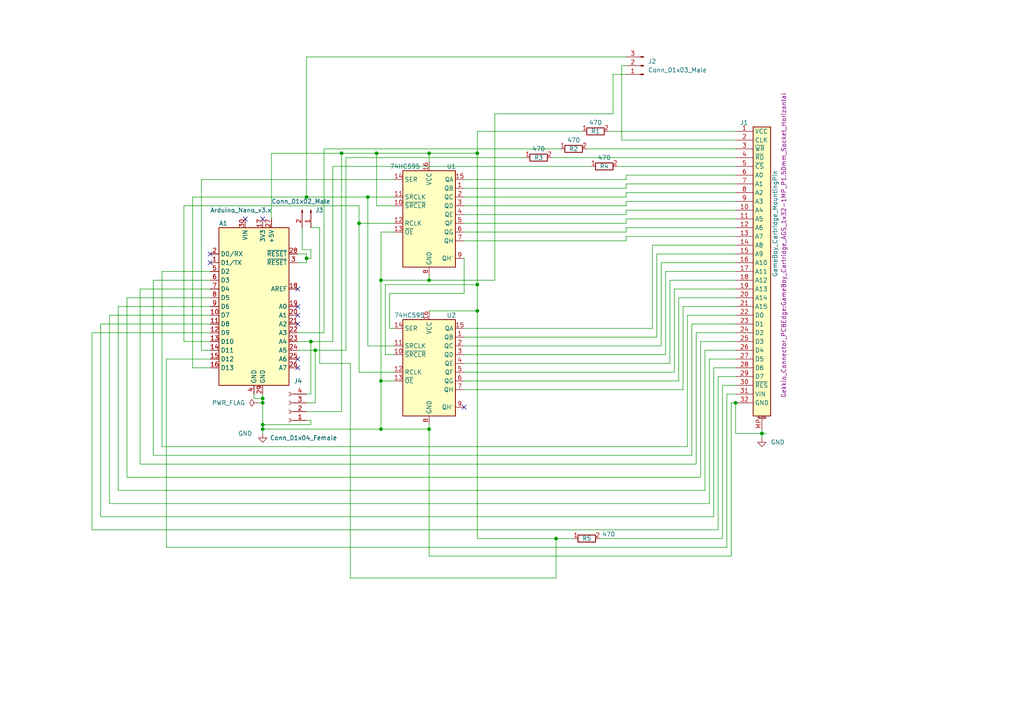
<source format=kicad_sch>
(kicad_sch (version 20211123) (generator eeschema)

  (uuid 20f6159f-fd4e-4dc1-b76c-f4f6e70e964a)

  (paper "A4")

  (title_block
    (title "Arduino-Nano-GB-Dumper")
    (date "13.09.2022")
    (rev "0.6")
    (company "(C) WodoWiesel")
  )

  (lib_symbols
    (symbol "74xx:74LS595" (in_bom yes) (on_board yes)
      (property "Reference" "U" (id 0) (at -7.62 13.97 0)
        (effects (font (size 1.27 1.27)))
      )
      (property "Value" "74LS595" (id 1) (at -7.62 -16.51 0)
        (effects (font (size 1.27 1.27)))
      )
      (property "Footprint" "" (id 2) (at 0 0 0)
        (effects (font (size 1.27 1.27)) hide)
      )
      (property "Datasheet" "http://www.ti.com/lit/gpn/sn74ls595" (id 3) (at 0 0 0)
        (effects (font (size 1.27 1.27)) hide)
      )
      (property "ki_keywords" "TTL SR 3State" (id 4) (at 0 0 0)
        (effects (font (size 1.27 1.27)) hide)
      )
      (property "ki_description" "8-bit serial in/out Shift Register 3-State Outputs" (id 5) (at 0 0 0)
        (effects (font (size 1.27 1.27)) hide)
      )
      (property "ki_fp_filters" "DIP*W7.62mm* SOIC*3.9x9.9mm*P1.27mm* TSSOP*4.4x5mm*P0.65mm* SOIC*5.3x10.2mm*P1.27mm* SOIC*7.5x10.3mm*P1.27mm*" (id 6) (at 0 0 0)
        (effects (font (size 1.27 1.27)) hide)
      )
      (symbol "74LS595_1_0"
        (pin tri_state line (at 10.16 7.62 180) (length 2.54)
          (name "QB" (effects (font (size 1.27 1.27))))
          (number "1" (effects (font (size 1.27 1.27))))
        )
        (pin input line (at -10.16 2.54 0) (length 2.54)
          (name "~{SRCLR}" (effects (font (size 1.27 1.27))))
          (number "10" (effects (font (size 1.27 1.27))))
        )
        (pin input line (at -10.16 5.08 0) (length 2.54)
          (name "SRCLK" (effects (font (size 1.27 1.27))))
          (number "11" (effects (font (size 1.27 1.27))))
        )
        (pin input line (at -10.16 -2.54 0) (length 2.54)
          (name "RCLK" (effects (font (size 1.27 1.27))))
          (number "12" (effects (font (size 1.27 1.27))))
        )
        (pin input line (at -10.16 -5.08 0) (length 2.54)
          (name "~{OE}" (effects (font (size 1.27 1.27))))
          (number "13" (effects (font (size 1.27 1.27))))
        )
        (pin input line (at -10.16 10.16 0) (length 2.54)
          (name "SER" (effects (font (size 1.27 1.27))))
          (number "14" (effects (font (size 1.27 1.27))))
        )
        (pin tri_state line (at 10.16 10.16 180) (length 2.54)
          (name "QA" (effects (font (size 1.27 1.27))))
          (number "15" (effects (font (size 1.27 1.27))))
        )
        (pin power_in line (at 0 15.24 270) (length 2.54)
          (name "VCC" (effects (font (size 1.27 1.27))))
          (number "16" (effects (font (size 1.27 1.27))))
        )
        (pin tri_state line (at 10.16 5.08 180) (length 2.54)
          (name "QC" (effects (font (size 1.27 1.27))))
          (number "2" (effects (font (size 1.27 1.27))))
        )
        (pin tri_state line (at 10.16 2.54 180) (length 2.54)
          (name "QD" (effects (font (size 1.27 1.27))))
          (number "3" (effects (font (size 1.27 1.27))))
        )
        (pin tri_state line (at 10.16 0 180) (length 2.54)
          (name "QE" (effects (font (size 1.27 1.27))))
          (number "4" (effects (font (size 1.27 1.27))))
        )
        (pin tri_state line (at 10.16 -2.54 180) (length 2.54)
          (name "QF" (effects (font (size 1.27 1.27))))
          (number "5" (effects (font (size 1.27 1.27))))
        )
        (pin tri_state line (at 10.16 -5.08 180) (length 2.54)
          (name "QG" (effects (font (size 1.27 1.27))))
          (number "6" (effects (font (size 1.27 1.27))))
        )
        (pin tri_state line (at 10.16 -7.62 180) (length 2.54)
          (name "QH" (effects (font (size 1.27 1.27))))
          (number "7" (effects (font (size 1.27 1.27))))
        )
        (pin power_in line (at 0 -17.78 90) (length 2.54)
          (name "GND" (effects (font (size 1.27 1.27))))
          (number "8" (effects (font (size 1.27 1.27))))
        )
        (pin output line (at 10.16 -12.7 180) (length 2.54)
          (name "QH'" (effects (font (size 1.27 1.27))))
          (number "9" (effects (font (size 1.27 1.27))))
        )
      )
      (symbol "74LS595_1_1"
        (rectangle (start -7.62 12.7) (end 7.62 -15.24)
          (stroke (width 0.254) (type default) (color 0 0 0 0))
          (fill (type background))
        )
      )
    )
    (symbol "Connector:Conn_01x02_Male" (pin_names (offset 1.016) hide) (in_bom yes) (on_board yes)
      (property "Reference" "J" (id 0) (at 0 2.54 0)
        (effects (font (size 1.27 1.27)))
      )
      (property "Value" "Conn_01x02_Male" (id 1) (at 0 -5.08 0)
        (effects (font (size 1.27 1.27)))
      )
      (property "Footprint" "" (id 2) (at 0 0 0)
        (effects (font (size 1.27 1.27)) hide)
      )
      (property "Datasheet" "~" (id 3) (at 0 0 0)
        (effects (font (size 1.27 1.27)) hide)
      )
      (property "ki_keywords" "connector" (id 4) (at 0 0 0)
        (effects (font (size 1.27 1.27)) hide)
      )
      (property "ki_description" "Generic connector, single row, 01x02, script generated (kicad-library-utils/schlib/autogen/connector/)" (id 5) (at 0 0 0)
        (effects (font (size 1.27 1.27)) hide)
      )
      (property "ki_fp_filters" "Connector*:*_1x??_*" (id 6) (at 0 0 0)
        (effects (font (size 1.27 1.27)) hide)
      )
      (symbol "Conn_01x02_Male_1_1"
        (polyline
          (pts
            (xy 1.27 -2.54)
            (xy 0.8636 -2.54)
          )
          (stroke (width 0.1524) (type default) (color 0 0 0 0))
          (fill (type none))
        )
        (polyline
          (pts
            (xy 1.27 0)
            (xy 0.8636 0)
          )
          (stroke (width 0.1524) (type default) (color 0 0 0 0))
          (fill (type none))
        )
        (rectangle (start 0.8636 -2.413) (end 0 -2.667)
          (stroke (width 0.1524) (type default) (color 0 0 0 0))
          (fill (type outline))
        )
        (rectangle (start 0.8636 0.127) (end 0 -0.127)
          (stroke (width 0.1524) (type default) (color 0 0 0 0))
          (fill (type outline))
        )
        (pin passive line (at 5.08 0 180) (length 3.81)
          (name "Pin_1" (effects (font (size 1.27 1.27))))
          (number "1" (effects (font (size 1.27 1.27))))
        )
        (pin passive line (at 5.08 -2.54 180) (length 3.81)
          (name "Pin_2" (effects (font (size 1.27 1.27))))
          (number "2" (effects (font (size 1.27 1.27))))
        )
      )
    )
    (symbol "Connector:Conn_01x03_Male" (pin_names (offset 1.016) hide) (in_bom yes) (on_board yes)
      (property "Reference" "J" (id 0) (at 0 5.08 0)
        (effects (font (size 1.27 1.27)))
      )
      (property "Value" "Conn_01x03_Male" (id 1) (at 0 -5.08 0)
        (effects (font (size 1.27 1.27)))
      )
      (property "Footprint" "" (id 2) (at 0 0 0)
        (effects (font (size 1.27 1.27)) hide)
      )
      (property "Datasheet" "~" (id 3) (at 0 0 0)
        (effects (font (size 1.27 1.27)) hide)
      )
      (property "ki_keywords" "connector" (id 4) (at 0 0 0)
        (effects (font (size 1.27 1.27)) hide)
      )
      (property "ki_description" "Generic connector, single row, 01x03, script generated (kicad-library-utils/schlib/autogen/connector/)" (id 5) (at 0 0 0)
        (effects (font (size 1.27 1.27)) hide)
      )
      (property "ki_fp_filters" "Connector*:*_1x??_*" (id 6) (at 0 0 0)
        (effects (font (size 1.27 1.27)) hide)
      )
      (symbol "Conn_01x03_Male_1_1"
        (polyline
          (pts
            (xy 1.27 -2.54)
            (xy 0.8636 -2.54)
          )
          (stroke (width 0.1524) (type default) (color 0 0 0 0))
          (fill (type none))
        )
        (polyline
          (pts
            (xy 1.27 0)
            (xy 0.8636 0)
          )
          (stroke (width 0.1524) (type default) (color 0 0 0 0))
          (fill (type none))
        )
        (polyline
          (pts
            (xy 1.27 2.54)
            (xy 0.8636 2.54)
          )
          (stroke (width 0.1524) (type default) (color 0 0 0 0))
          (fill (type none))
        )
        (rectangle (start 0.8636 -2.413) (end 0 -2.667)
          (stroke (width 0.1524) (type default) (color 0 0 0 0))
          (fill (type outline))
        )
        (rectangle (start 0.8636 0.127) (end 0 -0.127)
          (stroke (width 0.1524) (type default) (color 0 0 0 0))
          (fill (type outline))
        )
        (rectangle (start 0.8636 2.667) (end 0 2.413)
          (stroke (width 0.1524) (type default) (color 0 0 0 0))
          (fill (type outline))
        )
        (pin passive line (at 5.08 2.54 180) (length 3.81)
          (name "Pin_1" (effects (font (size 1.27 1.27))))
          (number "1" (effects (font (size 1.27 1.27))))
        )
        (pin passive line (at 5.08 0 180) (length 3.81)
          (name "Pin_2" (effects (font (size 1.27 1.27))))
          (number "2" (effects (font (size 1.27 1.27))))
        )
        (pin passive line (at 5.08 -2.54 180) (length 3.81)
          (name "Pin_3" (effects (font (size 1.27 1.27))))
          (number "3" (effects (font (size 1.27 1.27))))
        )
      )
    )
    (symbol "Connector:Conn_01x04_Female" (pin_names (offset 1.016) hide) (in_bom yes) (on_board yes)
      (property "Reference" "J" (id 0) (at 0 5.08 0)
        (effects (font (size 1.27 1.27)))
      )
      (property "Value" "Conn_01x04_Female" (id 1) (at 0 -7.62 0)
        (effects (font (size 1.27 1.27)))
      )
      (property "Footprint" "" (id 2) (at 0 0 0)
        (effects (font (size 1.27 1.27)) hide)
      )
      (property "Datasheet" "~" (id 3) (at 0 0 0)
        (effects (font (size 1.27 1.27)) hide)
      )
      (property "ki_keywords" "connector" (id 4) (at 0 0 0)
        (effects (font (size 1.27 1.27)) hide)
      )
      (property "ki_description" "Generic connector, single row, 01x04, script generated (kicad-library-utils/schlib/autogen/connector/)" (id 5) (at 0 0 0)
        (effects (font (size 1.27 1.27)) hide)
      )
      (property "ki_fp_filters" "Connector*:*_1x??_*" (id 6) (at 0 0 0)
        (effects (font (size 1.27 1.27)) hide)
      )
      (symbol "Conn_01x04_Female_1_1"
        (arc (start 0 -4.572) (mid -0.508 -5.08) (end 0 -5.588)
          (stroke (width 0.1524) (type default) (color 0 0 0 0))
          (fill (type none))
        )
        (arc (start 0 -2.032) (mid -0.508 -2.54) (end 0 -3.048)
          (stroke (width 0.1524) (type default) (color 0 0 0 0))
          (fill (type none))
        )
        (polyline
          (pts
            (xy -1.27 -5.08)
            (xy -0.508 -5.08)
          )
          (stroke (width 0.1524) (type default) (color 0 0 0 0))
          (fill (type none))
        )
        (polyline
          (pts
            (xy -1.27 -2.54)
            (xy -0.508 -2.54)
          )
          (stroke (width 0.1524) (type default) (color 0 0 0 0))
          (fill (type none))
        )
        (polyline
          (pts
            (xy -1.27 0)
            (xy -0.508 0)
          )
          (stroke (width 0.1524) (type default) (color 0 0 0 0))
          (fill (type none))
        )
        (polyline
          (pts
            (xy -1.27 2.54)
            (xy -0.508 2.54)
          )
          (stroke (width 0.1524) (type default) (color 0 0 0 0))
          (fill (type none))
        )
        (arc (start 0 0.508) (mid -0.508 0) (end 0 -0.508)
          (stroke (width 0.1524) (type default) (color 0 0 0 0))
          (fill (type none))
        )
        (arc (start 0 3.048) (mid -0.508 2.54) (end 0 2.032)
          (stroke (width 0.1524) (type default) (color 0 0 0 0))
          (fill (type none))
        )
        (pin passive line (at -5.08 2.54 0) (length 3.81)
          (name "Pin_1" (effects (font (size 1.27 1.27))))
          (number "1" (effects (font (size 1.27 1.27))))
        )
        (pin passive line (at -5.08 0 0) (length 3.81)
          (name "Pin_2" (effects (font (size 1.27 1.27))))
          (number "2" (effects (font (size 1.27 1.27))))
        )
        (pin passive line (at -5.08 -2.54 0) (length 3.81)
          (name "Pin_3" (effects (font (size 1.27 1.27))))
          (number "3" (effects (font (size 1.27 1.27))))
        )
        (pin passive line (at -5.08 -5.08 0) (length 3.81)
          (name "Pin_4" (effects (font (size 1.27 1.27))))
          (number "4" (effects (font (size 1.27 1.27))))
        )
      )
    )
    (symbol "Device:R" (pin_names (offset 0)) (in_bom yes) (on_board yes)
      (property "Reference" "R" (id 0) (at 2.032 0 90)
        (effects (font (size 1.27 1.27)))
      )
      (property "Value" "R" (id 1) (at 0 0 90)
        (effects (font (size 1.27 1.27)))
      )
      (property "Footprint" "" (id 2) (at -1.778 0 90)
        (effects (font (size 1.27 1.27)) hide)
      )
      (property "Datasheet" "~" (id 3) (at 0 0 0)
        (effects (font (size 1.27 1.27)) hide)
      )
      (property "ki_keywords" "R res resistor" (id 4) (at 0 0 0)
        (effects (font (size 1.27 1.27)) hide)
      )
      (property "ki_description" "Resistor" (id 5) (at 0 0 0)
        (effects (font (size 1.27 1.27)) hide)
      )
      (property "ki_fp_filters" "R_*" (id 6) (at 0 0 0)
        (effects (font (size 1.27 1.27)) hide)
      )
      (symbol "R_0_1"
        (rectangle (start -1.016 -2.54) (end 1.016 2.54)
          (stroke (width 0.254) (type default) (color 0 0 0 0))
          (fill (type none))
        )
      )
      (symbol "R_1_1"
        (pin passive line (at 0 3.81 270) (length 1.27)
          (name "~" (effects (font (size 1.27 1.27))))
          (number "1" (effects (font (size 1.27 1.27))))
        )
        (pin passive line (at 0 -3.81 90) (length 1.27)
          (name "~" (effects (font (size 1.27 1.27))))
          (number "2" (effects (font (size 1.27 1.27))))
        )
      )
    )
    (symbol "MCU_Module:Arduino_Nano_v3.x" (in_bom yes) (on_board yes)
      (property "Reference" "A" (id 0) (at -10.16 23.495 0)
        (effects (font (size 1.27 1.27)) (justify left bottom))
      )
      (property "Value" "Arduino_Nano_v3.x" (id 1) (at 5.08 -24.13 0)
        (effects (font (size 1.27 1.27)) (justify left top))
      )
      (property "Footprint" "Module:Arduino_Nano" (id 2) (at 0 0 0)
        (effects (font (size 1.27 1.27) italic) hide)
      )
      (property "Datasheet" "http://www.mouser.com/pdfdocs/Gravitech_Arduino_Nano3_0.pdf" (id 3) (at 0 0 0)
        (effects (font (size 1.27 1.27)) hide)
      )
      (property "ki_keywords" "Arduino nano microcontroller module USB" (id 4) (at 0 0 0)
        (effects (font (size 1.27 1.27)) hide)
      )
      (property "ki_description" "Arduino Nano v3.x" (id 5) (at 0 0 0)
        (effects (font (size 1.27 1.27)) hide)
      )
      (property "ki_fp_filters" "Arduino*Nano*" (id 6) (at 0 0 0)
        (effects (font (size 1.27 1.27)) hide)
      )
      (symbol "Arduino_Nano_v3.x_0_1"
        (rectangle (start -10.16 22.86) (end 10.16 -22.86)
          (stroke (width 0.254) (type default) (color 0 0 0 0))
          (fill (type background))
        )
      )
      (symbol "Arduino_Nano_v3.x_1_1"
        (pin bidirectional line (at -12.7 12.7 0) (length 2.54)
          (name "D1/TX" (effects (font (size 1.27 1.27))))
          (number "1" (effects (font (size 1.27 1.27))))
        )
        (pin bidirectional line (at -12.7 -2.54 0) (length 2.54)
          (name "D7" (effects (font (size 1.27 1.27))))
          (number "10" (effects (font (size 1.27 1.27))))
        )
        (pin bidirectional line (at -12.7 -5.08 0) (length 2.54)
          (name "D8" (effects (font (size 1.27 1.27))))
          (number "11" (effects (font (size 1.27 1.27))))
        )
        (pin bidirectional line (at -12.7 -7.62 0) (length 2.54)
          (name "D9" (effects (font (size 1.27 1.27))))
          (number "12" (effects (font (size 1.27 1.27))))
        )
        (pin bidirectional line (at -12.7 -10.16 0) (length 2.54)
          (name "D10" (effects (font (size 1.27 1.27))))
          (number "13" (effects (font (size 1.27 1.27))))
        )
        (pin bidirectional line (at -12.7 -12.7 0) (length 2.54)
          (name "D11" (effects (font (size 1.27 1.27))))
          (number "14" (effects (font (size 1.27 1.27))))
        )
        (pin bidirectional line (at -12.7 -15.24 0) (length 2.54)
          (name "D12" (effects (font (size 1.27 1.27))))
          (number "15" (effects (font (size 1.27 1.27))))
        )
        (pin bidirectional line (at -12.7 -17.78 0) (length 2.54)
          (name "D13" (effects (font (size 1.27 1.27))))
          (number "16" (effects (font (size 1.27 1.27))))
        )
        (pin power_out line (at 2.54 25.4 270) (length 2.54)
          (name "3V3" (effects (font (size 1.27 1.27))))
          (number "17" (effects (font (size 1.27 1.27))))
        )
        (pin input line (at 12.7 5.08 180) (length 2.54)
          (name "AREF" (effects (font (size 1.27 1.27))))
          (number "18" (effects (font (size 1.27 1.27))))
        )
        (pin bidirectional line (at 12.7 0 180) (length 2.54)
          (name "A0" (effects (font (size 1.27 1.27))))
          (number "19" (effects (font (size 1.27 1.27))))
        )
        (pin bidirectional line (at -12.7 15.24 0) (length 2.54)
          (name "D0/RX" (effects (font (size 1.27 1.27))))
          (number "2" (effects (font (size 1.27 1.27))))
        )
        (pin bidirectional line (at 12.7 -2.54 180) (length 2.54)
          (name "A1" (effects (font (size 1.27 1.27))))
          (number "20" (effects (font (size 1.27 1.27))))
        )
        (pin bidirectional line (at 12.7 -5.08 180) (length 2.54)
          (name "A2" (effects (font (size 1.27 1.27))))
          (number "21" (effects (font (size 1.27 1.27))))
        )
        (pin bidirectional line (at 12.7 -7.62 180) (length 2.54)
          (name "A3" (effects (font (size 1.27 1.27))))
          (number "22" (effects (font (size 1.27 1.27))))
        )
        (pin bidirectional line (at 12.7 -10.16 180) (length 2.54)
          (name "A4" (effects (font (size 1.27 1.27))))
          (number "23" (effects (font (size 1.27 1.27))))
        )
        (pin bidirectional line (at 12.7 -12.7 180) (length 2.54)
          (name "A5" (effects (font (size 1.27 1.27))))
          (number "24" (effects (font (size 1.27 1.27))))
        )
        (pin bidirectional line (at 12.7 -15.24 180) (length 2.54)
          (name "A6" (effects (font (size 1.27 1.27))))
          (number "25" (effects (font (size 1.27 1.27))))
        )
        (pin bidirectional line (at 12.7 -17.78 180) (length 2.54)
          (name "A7" (effects (font (size 1.27 1.27))))
          (number "26" (effects (font (size 1.27 1.27))))
        )
        (pin power_out line (at 5.08 25.4 270) (length 2.54)
          (name "+5V" (effects (font (size 1.27 1.27))))
          (number "27" (effects (font (size 1.27 1.27))))
        )
        (pin input line (at 12.7 15.24 180) (length 2.54)
          (name "~{RESET}" (effects (font (size 1.27 1.27))))
          (number "28" (effects (font (size 1.27 1.27))))
        )
        (pin power_in line (at 2.54 -25.4 90) (length 2.54)
          (name "GND" (effects (font (size 1.27 1.27))))
          (number "29" (effects (font (size 1.27 1.27))))
        )
        (pin input line (at 12.7 12.7 180) (length 2.54)
          (name "~{RESET}" (effects (font (size 1.27 1.27))))
          (number "3" (effects (font (size 1.27 1.27))))
        )
        (pin power_in line (at -2.54 25.4 270) (length 2.54)
          (name "VIN" (effects (font (size 1.27 1.27))))
          (number "30" (effects (font (size 1.27 1.27))))
        )
        (pin power_in line (at 0 -25.4 90) (length 2.54)
          (name "GND" (effects (font (size 1.27 1.27))))
          (number "4" (effects (font (size 1.27 1.27))))
        )
        (pin bidirectional line (at -12.7 10.16 0) (length 2.54)
          (name "D2" (effects (font (size 1.27 1.27))))
          (number "5" (effects (font (size 1.27 1.27))))
        )
        (pin bidirectional line (at -12.7 7.62 0) (length 2.54)
          (name "D3" (effects (font (size 1.27 1.27))))
          (number "6" (effects (font (size 1.27 1.27))))
        )
        (pin bidirectional line (at -12.7 5.08 0) (length 2.54)
          (name "D4" (effects (font (size 1.27 1.27))))
          (number "7" (effects (font (size 1.27 1.27))))
        )
        (pin bidirectional line (at -12.7 2.54 0) (length 2.54)
          (name "D5" (effects (font (size 1.27 1.27))))
          (number "8" (effects (font (size 1.27 1.27))))
        )
        (pin bidirectional line (at -12.7 0 0) (length 2.54)
          (name "D6" (effects (font (size 1.27 1.27))))
          (number "9" (effects (font (size 1.27 1.27))))
        )
      )
    )
    (symbol "R_1" (pin_names (offset 0)) (in_bom yes) (on_board yes)
      (property "Reference" "R" (id 0) (at 2.032 0 90)
        (effects (font (size 1.27 1.27)))
      )
      (property "Value" "R_1" (id 1) (at 0 0 90)
        (effects (font (size 1.27 1.27)))
      )
      (property "Footprint" "" (id 2) (at -1.778 0 90)
        (effects (font (size 1.27 1.27)) hide)
      )
      (property "Datasheet" "~" (id 3) (at 0 0 0)
        (effects (font (size 1.27 1.27)) hide)
      )
      (property "ki_keywords" "R res resistor" (id 4) (at 0 0 0)
        (effects (font (size 1.27 1.27)) hide)
      )
      (property "ki_description" "Resistor" (id 5) (at 0 0 0)
        (effects (font (size 1.27 1.27)) hide)
      )
      (property "ki_fp_filters" "R_*" (id 6) (at 0 0 0)
        (effects (font (size 1.27 1.27)) hide)
      )
      (symbol "R_1_0_1"
        (rectangle (start -1.016 -2.54) (end 1.016 2.54)
          (stroke (width 0.254) (type default) (color 0 0 0 0))
          (fill (type none))
        )
      )
      (symbol "R_1_1_1"
        (pin passive line (at 0 3.81 270) (length 1.27)
          (name "~" (effects (font (size 1.27 1.27))))
          (number "1" (effects (font (size 1.27 1.27))))
        )
        (pin passive line (at 0 -3.81 90) (length 1.27)
          (name "~" (effects (font (size 1.27 1.27))))
          (number "2" (effects (font (size 1.27 1.27))))
        )
      )
    )
    (symbol "gameboy_cartridge_mountingpin:GameBoy_Cartridge_MountingPin" (in_bom yes) (on_board yes)
      (property "Reference" "J1" (id 0) (at -1.27 44.45 0)
        (effects (font (size 1.27 1.27)) (justify left))
      )
      (property "Value" "GameBoy_Cartridge_MountingPin" (id 1) (at 7.62 -11.43 90)
        (effects (font (size 1.27 1.27)) (justify left))
      )
      (property "Footprint" "Gekkio_Connector_PCBEdge:GameBoy_Cartridge_AGS_1x32-1MP_P1.50mm_Socket_Horizontal" (id 2) (at 5.08 -7.62 90)
        (effects (font (size 1.27 1.27)) hide)
      )
      (property "Datasheet" "" (id 3) (at 0 0 0)
        (effects (font (size 1.27 1.27)) (justify left) hide)
      )
      (property "ki_keywords" "gameboy cartridge" (id 4) (at 0 0 0)
        (effects (font (size 1.27 1.27)) hide)
      )
      (property "ki_description" "Game Boy cartridge edge connector with mounting pin" (id 5) (at 0 0 0)
        (effects (font (size 1.27 1.27)) hide)
      )
      (property "ki_fp_filters" "GameBoy?Cartridge*P1.50mm*" (id 6) (at 0 0 0)
        (effects (font (size 1.27 1.27)) hide)
      )
      (symbol "GameBoy_Cartridge_MountingPin_0_1"
        (rectangle (start -2.54 41.91) (end 2.54 -41.91)
          (stroke (width 0.254) (type default) (color 0 0 0 0))
          (fill (type background))
        )
      )
      (symbol "GameBoy_Cartridge_MountingPin_1_1"
        (polyline
          (pts
            (xy -1.016 -42.672)
            (xy 1.016 -42.672)
          )
          (stroke (width 0.1524) (type default) (color 0 0 0 0))
          (fill (type none))
        )
        (text "Mounting" (at 0 -42.291 0)
          (effects (font (size 0.381 0.381)))
        )
        (pin passive line (at -7.62 40.64 0) (length 5.08)
          (name "VCC" (effects (font (size 1.27 1.27))))
          (number "1" (effects (font (size 1.27 1.27))))
        )
        (pin passive line (at -7.62 17.78 0) (length 5.08)
          (name "A4" (effects (font (size 1.27 1.27))))
          (number "10" (effects (font (size 1.27 1.27))))
        )
        (pin passive line (at -7.62 15.24 0) (length 5.08)
          (name "A5" (effects (font (size 1.27 1.27))))
          (number "11" (effects (font (size 1.27 1.27))))
        )
        (pin passive line (at -7.62 12.7 0) (length 5.08)
          (name "A6" (effects (font (size 1.27 1.27))))
          (number "12" (effects (font (size 1.27 1.27))))
        )
        (pin passive line (at -7.62 10.16 0) (length 5.08)
          (name "A7" (effects (font (size 1.27 1.27))))
          (number "13" (effects (font (size 1.27 1.27))))
        )
        (pin passive line (at -7.62 7.62 0) (length 5.08)
          (name "A8" (effects (font (size 1.27 1.27))))
          (number "14" (effects (font (size 1.27 1.27))))
        )
        (pin passive line (at -7.62 5.08 0) (length 5.08)
          (name "A9" (effects (font (size 1.27 1.27))))
          (number "15" (effects (font (size 1.27 1.27))))
        )
        (pin passive line (at -7.62 2.54 0) (length 5.08)
          (name "A10" (effects (font (size 1.27 1.27))))
          (number "16" (effects (font (size 1.27 1.27))))
        )
        (pin passive line (at -7.62 0 0) (length 5.08)
          (name "A11" (effects (font (size 1.27 1.27))))
          (number "17" (effects (font (size 1.27 1.27))))
        )
        (pin passive line (at -7.62 -2.54 0) (length 5.08)
          (name "A12" (effects (font (size 1.27 1.27))))
          (number "18" (effects (font (size 1.27 1.27))))
        )
        (pin passive line (at -7.62 -5.08 0) (length 5.08)
          (name "A13" (effects (font (size 1.27 1.27))))
          (number "19" (effects (font (size 1.27 1.27))))
        )
        (pin passive line (at -7.62 38.1 0) (length 5.08)
          (name "CLK" (effects (font (size 1.27 1.27))))
          (number "2" (effects (font (size 1.27 1.27))))
        )
        (pin passive line (at -7.62 -7.62 0) (length 5.08)
          (name "A14" (effects (font (size 1.27 1.27))))
          (number "20" (effects (font (size 1.27 1.27))))
        )
        (pin passive line (at -7.62 -10.16 0) (length 5.08)
          (name "A15" (effects (font (size 1.27 1.27))))
          (number "21" (effects (font (size 1.27 1.27))))
        )
        (pin passive line (at -7.62 -12.7 0) (length 5.08)
          (name "D0" (effects (font (size 1.27 1.27))))
          (number "22" (effects (font (size 1.27 1.27))))
        )
        (pin passive line (at -7.62 -15.24 0) (length 5.08)
          (name "D1" (effects (font (size 1.27 1.27))))
          (number "23" (effects (font (size 1.27 1.27))))
        )
        (pin passive line (at -7.62 -17.78 0) (length 5.08)
          (name "D2" (effects (font (size 1.27 1.27))))
          (number "24" (effects (font (size 1.27 1.27))))
        )
        (pin passive line (at -7.62 -20.32 0) (length 5.08)
          (name "D3" (effects (font (size 1.27 1.27))))
          (number "25" (effects (font (size 1.27 1.27))))
        )
        (pin passive line (at -7.62 -22.86 0) (length 5.08)
          (name "D4" (effects (font (size 1.27 1.27))))
          (number "26" (effects (font (size 1.27 1.27))))
        )
        (pin passive line (at -7.62 -25.4 0) (length 5.08)
          (name "D5" (effects (font (size 1.27 1.27))))
          (number "27" (effects (font (size 1.27 1.27))))
        )
        (pin passive line (at -7.62 -27.94 0) (length 5.08)
          (name "D6" (effects (font (size 1.27 1.27))))
          (number "28" (effects (font (size 1.27 1.27))))
        )
        (pin passive line (at -7.62 -30.48 0) (length 5.08)
          (name "D7" (effects (font (size 1.27 1.27))))
          (number "29" (effects (font (size 1.27 1.27))))
        )
        (pin passive line (at -7.62 35.56 0) (length 5.08)
          (name "~{WR}" (effects (font (size 1.27 1.27))))
          (number "3" (effects (font (size 1.27 1.27))))
        )
        (pin passive line (at -7.62 -33.02 0) (length 5.08)
          (name "~{RES}" (effects (font (size 1.27 1.27))))
          (number "30" (effects (font (size 1.27 1.27))))
        )
        (pin passive line (at -7.62 -35.56 0) (length 5.08)
          (name "VIN" (effects (font (size 1.27 1.27))))
          (number "31" (effects (font (size 1.27 1.27))))
        )
        (pin passive line (at -7.62 -38.1 0) (length 5.08)
          (name "GND" (effects (font (size 1.27 1.27))))
          (number "32" (effects (font (size 1.27 1.27))))
        )
        (pin passive line (at -7.62 33.02 0) (length 5.08)
          (name "~{RD}" (effects (font (size 1.27 1.27))))
          (number "4" (effects (font (size 1.27 1.27))))
        )
        (pin passive line (at -7.62 30.48 0) (length 5.08)
          (name "~{CS}" (effects (font (size 1.27 1.27))))
          (number "5" (effects (font (size 1.27 1.27))))
        )
        (pin passive line (at -7.62 27.94 0) (length 5.08)
          (name "A0" (effects (font (size 1.27 1.27))))
          (number "6" (effects (font (size 1.27 1.27))))
        )
        (pin passive line (at -7.62 25.4 0) (length 5.08)
          (name "A1" (effects (font (size 1.27 1.27))))
          (number "7" (effects (font (size 1.27 1.27))))
        )
        (pin passive line (at -7.62 22.86 0) (length 5.08)
          (name "A2" (effects (font (size 1.27 1.27))))
          (number "8" (effects (font (size 1.27 1.27))))
        )
        (pin passive line (at -7.62 20.32 0) (length 5.08)
          (name "A3" (effects (font (size 1.27 1.27))))
          (number "9" (effects (font (size 1.27 1.27))))
        )
        (pin passive line (at 0 -45.72 90) (length 3.048)
          (name "~" (effects (font (size 1.27 1.27))))
          (number "MP" (effects (font (size 1.27 1.27))))
        )
      )
    )
    (symbol "power:GND" (power) (pin_names (offset 0)) (in_bom yes) (on_board yes)
      (property "Reference" "#PWR" (id 0) (at 0 -6.35 0)
        (effects (font (size 1.27 1.27)) hide)
      )
      (property "Value" "GND" (id 1) (at 0 -3.81 0)
        (effects (font (size 1.27 1.27)))
      )
      (property "Footprint" "" (id 2) (at 0 0 0)
        (effects (font (size 1.27 1.27)) hide)
      )
      (property "Datasheet" "" (id 3) (at 0 0 0)
        (effects (font (size 1.27 1.27)) hide)
      )
      (property "ki_keywords" "power-flag" (id 4) (at 0 0 0)
        (effects (font (size 1.27 1.27)) hide)
      )
      (property "ki_description" "Power symbol creates a global label with name \"GND\" , ground" (id 5) (at 0 0 0)
        (effects (font (size 1.27 1.27)) hide)
      )
      (symbol "GND_0_1"
        (polyline
          (pts
            (xy 0 0)
            (xy 0 -1.27)
            (xy 1.27 -1.27)
            (xy 0 -2.54)
            (xy -1.27 -1.27)
            (xy 0 -1.27)
          )
          (stroke (width 0) (type default) (color 0 0 0 0))
          (fill (type none))
        )
      )
      (symbol "GND_1_1"
        (pin power_in line (at 0 0 270) (length 0) hide
          (name "GND" (effects (font (size 1.27 1.27))))
          (number "1" (effects (font (size 1.27 1.27))))
        )
      )
    )
    (symbol "power:PWR_FLAG" (power) (pin_numbers hide) (pin_names (offset 0) hide) (in_bom yes) (on_board yes)
      (property "Reference" "#FLG" (id 0) (at 0 1.905 0)
        (effects (font (size 1.27 1.27)) hide)
      )
      (property "Value" "PWR_FLAG" (id 1) (at 0 3.81 0)
        (effects (font (size 1.27 1.27)))
      )
      (property "Footprint" "" (id 2) (at 0 0 0)
        (effects (font (size 1.27 1.27)) hide)
      )
      (property "Datasheet" "~" (id 3) (at 0 0 0)
        (effects (font (size 1.27 1.27)) hide)
      )
      (property "ki_keywords" "power-flag" (id 4) (at 0 0 0)
        (effects (font (size 1.27 1.27)) hide)
      )
      (property "ki_description" "Special symbol for telling ERC where power comes from" (id 5) (at 0 0 0)
        (effects (font (size 1.27 1.27)) hide)
      )
      (symbol "PWR_FLAG_0_0"
        (pin power_out line (at 0 0 90) (length 0)
          (name "pwr" (effects (font (size 1.27 1.27))))
          (number "1" (effects (font (size 1.27 1.27))))
        )
      )
      (symbol "PWR_FLAG_0_1"
        (polyline
          (pts
            (xy 0 0)
            (xy 0 1.27)
            (xy -1.016 1.905)
            (xy 0 2.54)
            (xy 1.016 1.905)
            (xy 0 1.27)
          )
          (stroke (width 0) (type default) (color 0 0 0 0))
          (fill (type none))
        )
      )
    )
  )

  (junction (at 106.68 57.15) (diameter 0) (color 0 0 0 0)
    (uuid 0ba0309f-0f5f-4bb9-90cc-5c67b79e6cfe)
  )
  (junction (at 110.49 81.28) (diameter 0) (color 0 0 0 0)
    (uuid 0c6156fa-2b67-4cce-bc3f-75e0d7acf3ef)
  )
  (junction (at 104.14 64.77) (diameter 0) (color 0 0 0 0)
    (uuid 1aeb0516-6b09-4ee0-88ec-203fd7f64d76)
  )
  (junction (at 110.49 124.46) (diameter 0) (color 0 0 0 0)
    (uuid 1f7ded4d-0ef6-4aa5-b044-70651547d028)
  )
  (junction (at 88.9 57.15) (diameter 0) (color 0 0 0 0)
    (uuid 2053ab26-1e1f-41f2-941a-2145e049f58a)
  )
  (junction (at 99.06 44.45) (diameter 0) (color 0 0 0 0)
    (uuid 2600c203-d86c-4115-ba9b-3829ad28cd2d)
  )
  (junction (at 76.2 115.57) (diameter 0) (color 0 0 0 0)
    (uuid 57bb0e56-db80-4c3e-87ff-52ddaa9e617c)
  )
  (junction (at 220.98 125.73) (diameter 0) (color 0 0 0 0)
    (uuid 5f70d2e0-700b-4e90-877a-1802eed2a5e6)
  )
  (junction (at 138.43 44.45) (diameter 0) (color 0 0 0 0)
    (uuid 672e0178-d700-4fdb-a8fe-44077cc90d14)
  )
  (junction (at 91.44 101.6) (diameter 0) (color 0 0 0 0)
    (uuid 6a4020c5-b783-4d9c-ada5-6e0664ec6d60)
  )
  (junction (at 110.49 110.49) (diameter 0) (color 0 0 0 0)
    (uuid 6afc8abd-a614-454d-a21b-cca3335bb2d6)
  )
  (junction (at 138.43 90.17) (diameter 0) (color 0 0 0 0)
    (uuid 6e60fdfc-1e9b-40a1-9766-484f37ccd0a8)
  )
  (junction (at 88.9 74.93) (diameter 0) (color 0 0 0 0)
    (uuid 7232b17e-0411-43ae-a086-39931536c192)
  )
  (junction (at 76.2 116.84) (diameter 0) (color 0 0 0 0)
    (uuid 97999207-c682-4225-b2e0-e3e80702a663)
  )
  (junction (at 213.36 116.84) (diameter 0) (color 0 0 0 0)
    (uuid 9c162611-d326-45c2-97a0-d5c1a6e19742)
  )
  (junction (at 109.22 44.45) (diameter 0) (color 0 0 0 0)
    (uuid 9c620447-8d66-43af-b316-bab246e0d026)
  )
  (junction (at 124.46 44.45) (diameter 0) (color 0 0 0 0)
    (uuid a7cbaf6f-c056-4fa3-9933-eccb901bda50)
  )
  (junction (at 124.46 81.28) (diameter 0) (color 0 0 0 0)
    (uuid b2ba4b08-545e-4f81-b96e-2aaef349cc83)
  )
  (junction (at 76.2 124.46) (diameter 0) (color 0 0 0 0)
    (uuid b666a010-f20b-4914-bfa2-e80dec9ddcbb)
  )
  (junction (at 161.29 156.21) (diameter 0) (color 0 0 0 0)
    (uuid b7842966-8df3-4cf3-9777-c4e60f800cac)
  )
  (junction (at 90.17 99.06) (diameter 0) (color 0 0 0 0)
    (uuid c8ed16f0-bdb4-423f-bd0f-ca317e72d338)
  )
  (junction (at 124.46 124.46) (diameter 0) (color 0 0 0 0)
    (uuid dcfeacbc-40ee-4a33-8821-c6c11ff7845d)
  )
  (junction (at 76.2 123.19) (diameter 0) (color 0 0 0 0)
    (uuid e53aad10-96c1-449e-a8d7-9af10c2a0b0d)
  )
  (junction (at 138.43 82.55) (diameter 0) (color 0 0 0 0)
    (uuid e99d96e3-fdaf-48a9-810f-266872c61bdd)
  )

  (no_connect (at 86.36 83.82) (uuid 204f2214-90f1-4a5d-9785-c22cda60d19e))
  (no_connect (at 71.12 63.5) (uuid 29294d56-41f1-4ba6-be62-297226dcdbdf))
  (no_connect (at 134.62 118.11) (uuid 5382fa22-2327-4084-aa76-4d13a6f39119))
  (no_connect (at 76.2 63.5) (uuid 594da29b-c8d5-4821-99c9-ab689a314767))
  (no_connect (at 86.36 88.9) (uuid 594da29b-c8d5-4821-99c9-ab689a314768))
  (no_connect (at 86.36 91.44) (uuid 594da29b-c8d5-4821-99c9-ab689a314769))
  (no_connect (at 86.36 106.68) (uuid 594da29b-c8d5-4821-99c9-ab689a31476a))
  (no_connect (at 86.36 104.14) (uuid 594da29b-c8d5-4821-99c9-ab689a31476b))
  (no_connect (at 86.36 93.98) (uuid 594da29b-c8d5-4821-99c9-ab689a31476c))
  (no_connect (at 60.96 73.66) (uuid 8909606c-569e-4d23-b44e-bfdcc1292e32))
  (no_connect (at 60.96 76.2) (uuid 8909606c-569e-4d23-b44e-bfdcc1292e33))

  (wire (pts (xy 58.42 101.6) (xy 60.96 101.6))
    (stroke (width 0) (type default) (color 0 0 0 0))
    (uuid 0037565c-7bc0-4976-896b-80270d26022c)
  )
  (wire (pts (xy 134.62 52.07) (xy 181.61 52.07))
    (stroke (width 0) (type default) (color 0 0 0 0))
    (uuid 008f8521-7974-4b1e-be9a-102d0adcd89a)
  )
  (wire (pts (xy 86.36 96.52) (xy 93.98 96.52))
    (stroke (width 0) (type default) (color 0 0 0 0))
    (uuid 00f2aaf2-aa63-4302-b97a-75c78c0ae5b9)
  )
  (wire (pts (xy 34.29 142.24) (xy 204.47 142.24))
    (stroke (width 0) (type default) (color 0 0 0 0))
    (uuid 019a0636-a18f-4bd3-915e-46b75f5dbbf9)
  )
  (wire (pts (xy 134.62 59.69) (xy 181.61 59.69))
    (stroke (width 0) (type default) (color 0 0 0 0))
    (uuid 01dd92f1-93c7-4cb6-9eaf-8272335ba8d1)
  )
  (wire (pts (xy 176.53 38.1) (xy 213.36 38.1))
    (stroke (width 0) (type default) (color 0 0 0 0))
    (uuid 037ecc92-5939-4422-9288-87eb58efcf45)
  )
  (wire (pts (xy 101.6 105.41) (xy 101.6 167.64))
    (stroke (width 0) (type default) (color 0 0 0 0))
    (uuid 03abc9b4-3583-4c0b-b545-c77c5de2a60f)
  )
  (wire (pts (xy 181.61 53.34) (xy 213.36 53.34))
    (stroke (width 0) (type default) (color 0 0 0 0))
    (uuid 075e8014-ba7a-499b-9726-e8230834f5d7)
  )
  (wire (pts (xy 180.34 40.64) (xy 213.36 40.64))
    (stroke (width 0) (type default) (color 0 0 0 0))
    (uuid 08f79708-6814-4373-a3f3-2fd89bc83828)
  )
  (wire (pts (xy 124.46 124.46) (xy 124.46 161.29))
    (stroke (width 0) (type default) (color 0 0 0 0))
    (uuid 0910fc50-aeef-40f7-aa22-2a606347f58f)
  )
  (wire (pts (xy 181.61 63.5) (xy 213.36 63.5))
    (stroke (width 0) (type default) (color 0 0 0 0))
    (uuid 09550f65-78e1-4269-979d-cfb565c1a81a)
  )
  (wire (pts (xy 26.67 96.52) (xy 26.67 153.67))
    (stroke (width 0) (type default) (color 0 0 0 0))
    (uuid 09a7f203-3257-415c-8f84-91a6ae334a8a)
  )
  (wire (pts (xy 40.64 83.82) (xy 60.96 83.82))
    (stroke (width 0) (type default) (color 0 0 0 0))
    (uuid 0c1537f4-8224-401b-a487-e72d008f7cd9)
  )
  (wire (pts (xy 93.98 43.18) (xy 93.98 96.52))
    (stroke (width 0) (type default) (color 0 0 0 0))
    (uuid 0c6e8f5f-6b99-4b41-ad6a-b31d633d7996)
  )
  (wire (pts (xy 36.83 86.36) (xy 36.83 138.43))
    (stroke (width 0) (type default) (color 0 0 0 0))
    (uuid 0fde7443-7d6e-4bca-bd37-f812691a5e10)
  )
  (wire (pts (xy 222.25 125.73) (xy 220.98 125.73))
    (stroke (width 0) (type default) (color 0 0 0 0))
    (uuid 12bf76fa-295b-4861-8f4d-c0a9cbf40ca0)
  )
  (wire (pts (xy 55.88 57.15) (xy 88.9 57.15))
    (stroke (width 0) (type default) (color 0 0 0 0))
    (uuid 135440ed-3e96-472a-8e7a-9f57d9ca6c6a)
  )
  (wire (pts (xy 160.02 45.72) (xy 213.36 45.72))
    (stroke (width 0) (type default) (color 0 0 0 0))
    (uuid 13b16be9-bcd7-4955-9580-4dca8a219744)
  )
  (wire (pts (xy 190.5 73.66) (xy 213.36 73.66))
    (stroke (width 0) (type default) (color 0 0 0 0))
    (uuid 143e09f4-daae-49ff-8731-3ec32847de62)
  )
  (wire (pts (xy 92.71 105.41) (xy 101.6 105.41))
    (stroke (width 0) (type default) (color 0 0 0 0))
    (uuid 146c9add-d605-42c6-a743-589c81b9cb4a)
  )
  (wire (pts (xy 200.66 132.08) (xy 200.66 93.98))
    (stroke (width 0) (type default) (color 0 0 0 0))
    (uuid 14b59a90-3817-46a3-862c-81f81b246b42)
  )
  (wire (pts (xy 189.23 71.12) (xy 213.36 71.12))
    (stroke (width 0) (type default) (color 0 0 0 0))
    (uuid 157cc5da-dea4-41e8-a387-b05c3a5bf94b)
  )
  (wire (pts (xy 181.61 55.88) (xy 213.36 55.88))
    (stroke (width 0) (type default) (color 0 0 0 0))
    (uuid 16bb5c25-3a8b-4678-a483-f18f9f2ae105)
  )
  (wire (pts (xy 143.51 33.02) (xy 177.8 33.02))
    (stroke (width 0) (type default) (color 0 0 0 0))
    (uuid 1813c615-8749-4fe5-8026-700f1c41f724)
  )
  (wire (pts (xy 113.03 95.25) (xy 114.3 95.25))
    (stroke (width 0) (type default) (color 0 0 0 0))
    (uuid 18f23d82-0da3-4d27-a819-1543d76c9628)
  )
  (wire (pts (xy 88.9 114.3) (xy 90.17 114.3))
    (stroke (width 0) (type default) (color 0 0 0 0))
    (uuid 1941c729-4ee5-4e68-98d0-283863050c05)
  )
  (wire (pts (xy 76.2 124.46) (xy 110.49 124.46))
    (stroke (width 0) (type default) (color 0 0 0 0))
    (uuid 19463e4d-e345-449a-af81-4691d3dc1d99)
  )
  (wire (pts (xy 134.62 110.49) (xy 196.85 110.49))
    (stroke (width 0) (type default) (color 0 0 0 0))
    (uuid 1a0c5c19-e01e-464b-85c8-4d676d580ef1)
  )
  (wire (pts (xy 177.8 21.59) (xy 181.61 21.59))
    (stroke (width 0) (type default) (color 0 0 0 0))
    (uuid 1a42285e-77c4-422c-9856-2c7d4015a740)
  )
  (wire (pts (xy 210.82 158.75) (xy 210.82 114.3))
    (stroke (width 0) (type default) (color 0 0 0 0))
    (uuid 1a86424a-4a42-4045-92c6-f0ee61f757a2)
  )
  (wire (pts (xy 76.2 125.73) (xy 76.2 124.46))
    (stroke (width 0) (type default) (color 0 0 0 0))
    (uuid 1c4b856a-95b1-4d05-abd9-e88e5339536c)
  )
  (wire (pts (xy 220.98 124.46) (xy 220.98 125.73))
    (stroke (width 0) (type default) (color 0 0 0 0))
    (uuid 1c5c15fa-4e3f-4892-9561-a946967ad7c1)
  )
  (wire (pts (xy 134.62 67.31) (xy 181.61 67.31))
    (stroke (width 0) (type default) (color 0 0 0 0))
    (uuid 1d77727c-4ad2-432f-851e-0130a633a689)
  )
  (wire (pts (xy 104.14 59.69) (xy 104.14 64.77))
    (stroke (width 0) (type default) (color 0 0 0 0))
    (uuid 1e676e04-adfa-4e63-8423-04afe7fcb4cb)
  )
  (wire (pts (xy 46.99 78.74) (xy 46.99 129.54))
    (stroke (width 0) (type default) (color 0 0 0 0))
    (uuid 205cd9d5-68c7-4fa1-912b-f5de8ee820fe)
  )
  (wire (pts (xy 90.17 72.39) (xy 87.63 72.39))
    (stroke (width 0) (type default) (color 0 0 0 0))
    (uuid 20e75239-e95c-4a34-95b4-855ec49d49f4)
  )
  (wire (pts (xy 134.62 57.15) (xy 181.61 57.15))
    (stroke (width 0) (type default) (color 0 0 0 0))
    (uuid 212164fd-e82e-43cf-b51c-e65303fe8020)
  )
  (wire (pts (xy 96.52 99.06) (xy 96.52 48.26))
    (stroke (width 0) (type default) (color 0 0 0 0))
    (uuid 2189b2df-a2cb-40a9-8f87-16184ccabe11)
  )
  (wire (pts (xy 76.2 123.19) (xy 90.17 123.19))
    (stroke (width 0) (type default) (color 0 0 0 0))
    (uuid 22c62172-9afa-417d-9399-268e8554cef3)
  )
  (wire (pts (xy 181.61 50.8) (xy 213.36 50.8))
    (stroke (width 0) (type default) (color 0 0 0 0))
    (uuid 22e9edb9-113f-49dd-93f5-d93f5ae583b2)
  )
  (wire (pts (xy 90.17 99.06) (xy 90.17 114.3))
    (stroke (width 0) (type default) (color 0 0 0 0))
    (uuid 233b69a6-95de-403c-bee2-5f8804ecc21a)
  )
  (wire (pts (xy 181.61 57.15) (xy 181.61 55.88))
    (stroke (width 0) (type default) (color 0 0 0 0))
    (uuid 2492c325-a9f9-4bc5-9599-9bebe5ecdcc5)
  )
  (wire (pts (xy 134.62 64.77) (xy 181.61 64.77))
    (stroke (width 0) (type default) (color 0 0 0 0))
    (uuid 259c97cd-af09-498c-a2a0-d729a5aca9b7)
  )
  (wire (pts (xy 138.43 90.17) (xy 138.43 82.55))
    (stroke (width 0) (type default) (color 0 0 0 0))
    (uuid 263a3ba5-cfa3-4e53-b308-673aea3dc4f4)
  )
  (wire (pts (xy 110.49 124.46) (xy 124.46 124.46))
    (stroke (width 0) (type default) (color 0 0 0 0))
    (uuid 280bd271-2ec8-4771-b443-c038171138a5)
  )
  (wire (pts (xy 194.31 81.28) (xy 213.36 81.28))
    (stroke (width 0) (type default) (color 0 0 0 0))
    (uuid 28e050e7-ad71-4678-ac21-1d44293c02f7)
  )
  (wire (pts (xy 161.29 156.21) (xy 166.37 156.21))
    (stroke (width 0) (type default) (color 0 0 0 0))
    (uuid 2925120e-08ce-4512-a19f-a94ffae65192)
  )
  (wire (pts (xy 204.47 101.6) (xy 213.36 101.6))
    (stroke (width 0) (type default) (color 0 0 0 0))
    (uuid 2a8eb94e-4664-4d5f-ad00-e13481d3a55d)
  )
  (wire (pts (xy 190.5 97.79) (xy 190.5 73.66))
    (stroke (width 0) (type default) (color 0 0 0 0))
    (uuid 2aad37ea-15cf-4736-9c62-34a9579892e6)
  )
  (wire (pts (xy 86.36 73.66) (xy 88.9 73.66))
    (stroke (width 0) (type default) (color 0 0 0 0))
    (uuid 2b0bef20-f708-448f-9474-c9123c116b77)
  )
  (wire (pts (xy 86.36 99.06) (xy 90.17 99.06))
    (stroke (width 0) (type default) (color 0 0 0 0))
    (uuid 2be972fa-dc45-4c5d-9f90-496845961b53)
  )
  (wire (pts (xy 36.83 86.36) (xy 60.96 86.36))
    (stroke (width 0) (type default) (color 0 0 0 0))
    (uuid 2ca1c3c0-24d9-4757-bde9-ba9bf47d2ea3)
  )
  (wire (pts (xy 88.9 76.2) (xy 88.9 74.93))
    (stroke (width 0) (type default) (color 0 0 0 0))
    (uuid 2d0f1b51-3fe6-4cf6-ad0d-dbf065e90f7d)
  )
  (wire (pts (xy 90.17 121.92) (xy 90.17 123.19))
    (stroke (width 0) (type default) (color 0 0 0 0))
    (uuid 2d2ee6c2-d63e-4546-82e6-2d0e7355f5e4)
  )
  (wire (pts (xy 161.29 167.64) (xy 101.6 167.64))
    (stroke (width 0) (type default) (color 0 0 0 0))
    (uuid 2d6d77e4-e3f4-40df-a31e-423cbf7449fa)
  )
  (wire (pts (xy 193.04 78.74) (xy 213.36 78.74))
    (stroke (width 0) (type default) (color 0 0 0 0))
    (uuid 2e0057ca-7d4c-47f6-a1fc-e8ebbab7c5b5)
  )
  (wire (pts (xy 177.8 21.59) (xy 177.8 33.02))
    (stroke (width 0) (type default) (color 0 0 0 0))
    (uuid 2e14c269-852c-4387-93d7-b55d032d3510)
  )
  (wire (pts (xy 90.17 99.06) (xy 96.52 99.06))
    (stroke (width 0) (type default) (color 0 0 0 0))
    (uuid 2e1bf74b-d041-4b74-b625-25f0473eacd4)
  )
  (wire (pts (xy 104.14 64.77) (xy 104.14 107.95))
    (stroke (width 0) (type default) (color 0 0 0 0))
    (uuid 3120bab9-2363-482d-ae1d-a8d43efb2c9a)
  )
  (wire (pts (xy 34.29 88.9) (xy 60.96 88.9))
    (stroke (width 0) (type default) (color 0 0 0 0))
    (uuid 3170171d-c915-472f-b4ee-df812d2d289d)
  )
  (wire (pts (xy 134.62 113.03) (xy 198.12 113.03))
    (stroke (width 0) (type default) (color 0 0 0 0))
    (uuid 320cedf3-4f64-41e5-9c98-0e63d3acc4b6)
  )
  (wire (pts (xy 100.33 45.72) (xy 152.4 45.72))
    (stroke (width 0) (type default) (color 0 0 0 0))
    (uuid 327a9812-77ce-4ae4-a75a-00f8e1b56d03)
  )
  (wire (pts (xy 78.74 44.45) (xy 78.74 63.5))
    (stroke (width 0) (type default) (color 0 0 0 0))
    (uuid 341cfd26-d4a2-4f0b-9a29-635a4a34587e)
  )
  (wire (pts (xy 88.9 116.84) (xy 91.44 116.84))
    (stroke (width 0) (type default) (color 0 0 0 0))
    (uuid 350bb213-f680-435c-aefa-cb9757e9880f)
  )
  (wire (pts (xy 170.18 43.18) (xy 213.36 43.18))
    (stroke (width 0) (type default) (color 0 0 0 0))
    (uuid 370c853e-9da8-41e2-9090-ac55195cd3a2)
  )
  (wire (pts (xy 198.12 113.03) (xy 198.12 88.9))
    (stroke (width 0) (type default) (color 0 0 0 0))
    (uuid 37433596-d034-4320-8f0d-14800ef74643)
  )
  (wire (pts (xy 40.64 134.62) (xy 201.93 134.62))
    (stroke (width 0) (type default) (color 0 0 0 0))
    (uuid 381212b3-13db-4c98-820a-d81760a5ee8d)
  )
  (wire (pts (xy 58.42 52.07) (xy 58.42 101.6))
    (stroke (width 0) (type default) (color 0 0 0 0))
    (uuid 3a4f5adf-f426-4b1c-a27f-c5b89eea1ca5)
  )
  (wire (pts (xy 209.55 111.76) (xy 213.36 111.76))
    (stroke (width 0) (type default) (color 0 0 0 0))
    (uuid 3a596cba-66e4-429b-934a-013945fa196e)
  )
  (wire (pts (xy 138.43 44.45) (xy 138.43 82.55))
    (stroke (width 0) (type default) (color 0 0 0 0))
    (uuid 3df582b6-44d7-41d2-8b9c-8e5b7d887a3f)
  )
  (wire (pts (xy 212.09 116.84) (xy 212.09 161.29))
    (stroke (width 0) (type default) (color 0 0 0 0))
    (uuid 3e7ddc4e-44c2-47df-899f-659b7049477f)
  )
  (wire (pts (xy 31.75 91.44) (xy 60.96 91.44))
    (stroke (width 0) (type default) (color 0 0 0 0))
    (uuid 401eea3c-4287-4255-bbf1-559fc7136275)
  )
  (wire (pts (xy 87.63 66.04) (xy 87.63 72.39))
    (stroke (width 0) (type default) (color 0 0 0 0))
    (uuid 4371906a-9ae2-4865-b094-38b5fce6bf68)
  )
  (wire (pts (xy 110.49 81.28) (xy 110.49 110.49))
    (stroke (width 0) (type default) (color 0 0 0 0))
    (uuid 44f2e559-d3d1-427a-86db-04223aea383d)
  )
  (wire (pts (xy 134.62 62.23) (xy 181.61 62.23))
    (stroke (width 0) (type default) (color 0 0 0 0))
    (uuid 46348f70-d45a-4df9-b81d-e22d48239524)
  )
  (wire (pts (xy 200.66 93.98) (xy 213.36 93.98))
    (stroke (width 0) (type default) (color 0 0 0 0))
    (uuid 477d98ce-4ceb-40db-be8a-4ef37348dffc)
  )
  (wire (pts (xy 196.85 110.49) (xy 196.85 86.36))
    (stroke (width 0) (type default) (color 0 0 0 0))
    (uuid 47c3b66c-bea4-469b-9a1a-ced6ab4e9e18)
  )
  (wire (pts (xy 134.62 102.87) (xy 193.04 102.87))
    (stroke (width 0) (type default) (color 0 0 0 0))
    (uuid 47d43fd1-39bf-4139-ab3a-1085ac05d846)
  )
  (wire (pts (xy 124.46 80.01) (xy 124.46 81.28))
    (stroke (width 0) (type default) (color 0 0 0 0))
    (uuid 499a4188-931b-4225-a6cc-e85477d0ddb1)
  )
  (wire (pts (xy 110.49 110.49) (xy 110.49 124.46))
    (stroke (width 0) (type default) (color 0 0 0 0))
    (uuid 4a074789-482f-4f1a-86dd-b0e65a16f781)
  )
  (wire (pts (xy 181.61 52.07) (xy 181.61 50.8))
    (stroke (width 0) (type default) (color 0 0 0 0))
    (uuid 4a251dca-731e-407c-b0aa-00da14e67f5d)
  )
  (wire (pts (xy 134.62 100.33) (xy 191.77 100.33))
    (stroke (width 0) (type default) (color 0 0 0 0))
    (uuid 4b4f774a-24eb-4364-9e78-b7ef6134a2ba)
  )
  (wire (pts (xy 88.9 16.51) (xy 88.9 57.15))
    (stroke (width 0) (type default) (color 0 0 0 0))
    (uuid 4f00041e-9bf5-4165-8c55-57f5d8cdfa86)
  )
  (wire (pts (xy 92.71 66.04) (xy 92.71 105.41))
    (stroke (width 0) (type default) (color 0 0 0 0))
    (uuid 4fc9a4dc-7567-4951-a0fb-f5f3964414de)
  )
  (wire (pts (xy 138.43 38.1) (xy 168.91 38.1))
    (stroke (width 0) (type default) (color 0 0 0 0))
    (uuid 51c6b89b-01ee-4c73-8081-c9b618b2722c)
  )
  (wire (pts (xy 104.14 107.95) (xy 114.3 107.95))
    (stroke (width 0) (type default) (color 0 0 0 0))
    (uuid 52706485-c757-44df-a9a1-d121c3554c3b)
  )
  (wire (pts (xy 207.01 149.86) (xy 207.01 106.68))
    (stroke (width 0) (type default) (color 0 0 0 0))
    (uuid 55470341-ade6-432e-bf52-4520681641b7)
  )
  (wire (pts (xy 134.62 107.95) (xy 195.58 107.95))
    (stroke (width 0) (type default) (color 0 0 0 0))
    (uuid 56547ada-d190-4c52-abbc-9ccfa2d75bc3)
  )
  (wire (pts (xy 134.62 95.25) (xy 189.23 95.25))
    (stroke (width 0) (type default) (color 0 0 0 0))
    (uuid 56d2d238-77ae-44ba-92a4-a4a8c9540948)
  )
  (wire (pts (xy 96.52 48.26) (xy 171.45 48.26))
    (stroke (width 0) (type default) (color 0 0 0 0))
    (uuid 59257211-8ef6-417a-9f77-beff13132579)
  )
  (wire (pts (xy 99.06 44.45) (xy 99.06 119.38))
    (stroke (width 0) (type default) (color 0 0 0 0))
    (uuid 59781946-aa7a-4d6e-94f2-332e40bd7e1a)
  )
  (wire (pts (xy 100.33 101.6) (xy 100.33 45.72))
    (stroke (width 0) (type default) (color 0 0 0 0))
    (uuid 5a8b6473-ebc0-4ed9-aeab-1974cb655634)
  )
  (wire (pts (xy 204.47 142.24) (xy 204.47 101.6))
    (stroke (width 0) (type default) (color 0 0 0 0))
    (uuid 5d705132-0552-49c9-9f62-17d4932acfda)
  )
  (wire (pts (xy 195.58 83.82) (xy 195.58 107.95))
    (stroke (width 0) (type default) (color 0 0 0 0))
    (uuid 5f649e61-1de0-4880-8f0b-f93c8d09c57e)
  )
  (wire (pts (xy 29.21 149.86) (xy 207.01 149.86))
    (stroke (width 0) (type default) (color 0 0 0 0))
    (uuid 5faf6ffe-cf14-460b-bff1-8ee76142b634)
  )
  (wire (pts (xy 194.31 105.41) (xy 194.31 81.28))
    (stroke (width 0) (type default) (color 0 0 0 0))
    (uuid 62544d04-3628-40af-9adb-147d8307ac22)
  )
  (wire (pts (xy 113.03 95.25) (xy 113.03 85.09))
    (stroke (width 0) (type default) (color 0 0 0 0))
    (uuid 62eff552-7a75-4291-a9ee-514d0b3c1c9c)
  )
  (wire (pts (xy 198.12 88.9) (xy 213.36 88.9))
    (stroke (width 0) (type default) (color 0 0 0 0))
    (uuid 654e421a-97bf-4d8c-82bd-6483304754ce)
  )
  (wire (pts (xy 90.17 66.04) (xy 92.71 66.04))
    (stroke (width 0) (type default) (color 0 0 0 0))
    (uuid 6786f977-996c-4a13-acc8-706269f751e5)
  )
  (wire (pts (xy 29.21 93.98) (xy 60.96 93.98))
    (stroke (width 0) (type default) (color 0 0 0 0))
    (uuid 67a10bd1-bd95-4674-93ec-534f8747de56)
  )
  (wire (pts (xy 48.26 104.14) (xy 48.26 158.75))
    (stroke (width 0) (type default) (color 0 0 0 0))
    (uuid 67baf4db-1129-4bf8-8346-c3f7d3880f4c)
  )
  (wire (pts (xy 86.36 76.2) (xy 88.9 76.2))
    (stroke (width 0) (type default) (color 0 0 0 0))
    (uuid 6916b03b-1110-449f-9f3c-ab347cf003e7)
  )
  (wire (pts (xy 181.61 53.34) (xy 181.61 54.61))
    (stroke (width 0) (type default) (color 0 0 0 0))
    (uuid 69188f57-0a4d-4e91-b48b-ac554eafbdbf)
  )
  (wire (pts (xy 53.34 59.69) (xy 53.34 99.06))
    (stroke (width 0) (type default) (color 0 0 0 0))
    (uuid 691f0acd-1649-4b85-b051-56e25f4b1892)
  )
  (wire (pts (xy 193.04 102.87) (xy 193.04 78.74))
    (stroke (width 0) (type default) (color 0 0 0 0))
    (uuid 6c8b4eb4-75bd-4c38-9e3e-9b10b0fad2c5)
  )
  (wire (pts (xy 181.61 68.58) (xy 213.36 68.58))
    (stroke (width 0) (type default) (color 0 0 0 0))
    (uuid 6f7fa8e5-dde3-4967-a45b-01cbeff4da15)
  )
  (wire (pts (xy 31.75 91.44) (xy 31.75 146.05))
    (stroke (width 0) (type default) (color 0 0 0 0))
    (uuid 70dff86c-3471-46b6-bc2b-9ba0f3f8fe5d)
  )
  (wire (pts (xy 208.28 109.22) (xy 213.36 109.22))
    (stroke (width 0) (type default) (color 0 0 0 0))
    (uuid 71343b29-ab61-4b14-a53d-5b5b633315e5)
  )
  (wire (pts (xy 181.61 58.42) (xy 213.36 58.42))
    (stroke (width 0) (type default) (color 0 0 0 0))
    (uuid 72cc1a25-9f68-4942-acc7-6a2c96df2e95)
  )
  (wire (pts (xy 143.51 81.28) (xy 124.46 81.28))
    (stroke (width 0) (type default) (color 0 0 0 0))
    (uuid 743d4339-d88f-4d9f-a311-83e98342a0ab)
  )
  (wire (pts (xy 213.36 116.84) (xy 212.09 116.84))
    (stroke (width 0) (type default) (color 0 0 0 0))
    (uuid 7546b922-5e49-4b1f-b972-964f092b1e96)
  )
  (wire (pts (xy 76.2 123.19) (xy 76.2 124.46))
    (stroke (width 0) (type default) (color 0 0 0 0))
    (uuid 75ae8f8c-6e49-47ab-bdac-cf2b9a61830d)
  )
  (wire (pts (xy 181.61 59.69) (xy 181.61 58.42))
    (stroke (width 0) (type default) (color 0 0 0 0))
    (uuid 76b46fe4-2f84-4ac3-8af6-adaf12db9653)
  )
  (wire (pts (xy 138.43 90.17) (xy 138.43 156.21))
    (stroke (width 0) (type default) (color 0 0 0 0))
    (uuid 774fbb65-c4b5-4689-a6ce-05ff0c5101a3)
  )
  (wire (pts (xy 76.2 115.57) (xy 76.2 116.84))
    (stroke (width 0) (type default) (color 0 0 0 0))
    (uuid 78aeae25-51dd-4ae2-8a60-74e7e937589d)
  )
  (wire (pts (xy 191.77 100.33) (xy 191.77 76.2))
    (stroke (width 0) (type default) (color 0 0 0 0))
    (uuid 7a5b4394-4861-4949-b98a-016d86550c24)
  )
  (wire (pts (xy 55.88 106.68) (xy 60.96 106.68))
    (stroke (width 0) (type default) (color 0 0 0 0))
    (uuid 7bc5cf39-5aff-4124-a406-7e810cd48de0)
  )
  (wire (pts (xy 44.45 81.28) (xy 44.45 132.08))
    (stroke (width 0) (type default) (color 0 0 0 0))
    (uuid 7c4f2926-af86-405e-bb3f-425ac04da517)
  )
  (wire (pts (xy 111.76 102.87) (xy 111.76 82.55))
    (stroke (width 0) (type default) (color 0 0 0 0))
    (uuid 82dc8586-3cdf-45ae-943f-0f23223e562d)
  )
  (wire (pts (xy 46.99 78.74) (xy 60.96 78.74))
    (stroke (width 0) (type default) (color 0 0 0 0))
    (uuid 8414b229-57c9-4dd6-9c64-76f26e5c9844)
  )
  (wire (pts (xy 220.98 125.73) (xy 220.98 127))
    (stroke (width 0) (type default) (color 0 0 0 0))
    (uuid 897fe87e-ccba-4899-90d9-9dfd4a96d3ac)
  )
  (wire (pts (xy 199.39 129.54) (xy 199.39 91.44))
    (stroke (width 0) (type default) (color 0 0 0 0))
    (uuid 8a1eab30-73d5-4f85-8eb9-8f8895401f27)
  )
  (wire (pts (xy 55.88 57.15) (xy 55.88 106.68))
    (stroke (width 0) (type default) (color 0 0 0 0))
    (uuid 8aad378a-b6f6-4c74-926d-3751b43e770f)
  )
  (wire (pts (xy 88.9 119.38) (xy 99.06 119.38))
    (stroke (width 0) (type default) (color 0 0 0 0))
    (uuid 8b9f7e3a-abdc-4d38-b66f-e15a97592bf4)
  )
  (wire (pts (xy 58.42 52.07) (xy 114.3 52.07))
    (stroke (width 0) (type default) (color 0 0 0 0))
    (uuid 8bd8d648-6377-4e43-b36e-50d2948ea798)
  )
  (wire (pts (xy 93.98 43.18) (xy 162.56 43.18))
    (stroke (width 0) (type default) (color 0 0 0 0))
    (uuid 8c64c50b-8acd-44f2-8c5f-ba9201a3c7bd)
  )
  (wire (pts (xy 208.28 109.22) (xy 208.28 153.67))
    (stroke (width 0) (type default) (color 0 0 0 0))
    (uuid 8debc900-8c41-4861-9248-61127fac32d8)
  )
  (wire (pts (xy 191.77 76.2) (xy 213.36 76.2))
    (stroke (width 0) (type default) (color 0 0 0 0))
    (uuid 90985667-06f3-4f37-a0f1-3db0ffd5ea3f)
  )
  (wire (pts (xy 44.45 81.28) (xy 60.96 81.28))
    (stroke (width 0) (type default) (color 0 0 0 0))
    (uuid 92e1f191-1175-4968-a96c-2025c39a9b58)
  )
  (wire (pts (xy 114.3 57.15) (xy 106.68 57.15))
    (stroke (width 0) (type default) (color 0 0 0 0))
    (uuid 92fada00-a138-4e9e-8101-903eb412ae33)
  )
  (wire (pts (xy 36.83 138.43) (xy 203.2 138.43))
    (stroke (width 0) (type default) (color 0 0 0 0))
    (uuid 93d97897-1f88-479f-bfbd-5d3028f7c70d)
  )
  (wire (pts (xy 203.2 99.06) (xy 213.36 99.06))
    (stroke (width 0) (type default) (color 0 0 0 0))
    (uuid 93e54201-510a-49a1-91a9-039a29cf1427)
  )
  (wire (pts (xy 124.46 44.45) (xy 138.43 44.45))
    (stroke (width 0) (type default) (color 0 0 0 0))
    (uuid 997c966a-3dd9-4517-aeac-f1e497c4206f)
  )
  (wire (pts (xy 201.93 134.62) (xy 201.93 96.52))
    (stroke (width 0) (type default) (color 0 0 0 0))
    (uuid 9a884b71-b42f-49d7-a7c6-12a19c45f63f)
  )
  (wire (pts (xy 110.49 81.28) (xy 124.46 81.28))
    (stroke (width 0) (type default) (color 0 0 0 0))
    (uuid 9ab27970-eb4f-4ecc-ac7a-6d427587d894)
  )
  (wire (pts (xy 209.55 111.76) (xy 209.55 156.21))
    (stroke (width 0) (type default) (color 0 0 0 0))
    (uuid 9da90520-5a62-4a97-b3aa-b4596e61602d)
  )
  (wire (pts (xy 106.68 100.33) (xy 114.3 100.33))
    (stroke (width 0) (type default) (color 0 0 0 0))
    (uuid 9df2c576-4238-4a1d-a350-e5e93fa15f23)
  )
  (wire (pts (xy 91.44 101.6) (xy 91.44 116.84))
    (stroke (width 0) (type default) (color 0 0 0 0))
    (uuid 9eacaaa7-3cef-4c28-ab34-0c42a2588cca)
  )
  (wire (pts (xy 104.14 59.69) (xy 53.34 59.69))
    (stroke (width 0) (type default) (color 0 0 0 0))
    (uuid 9ffb968c-5266-4505-96ba-e18698f5ba62)
  )
  (wire (pts (xy 34.29 88.9) (xy 34.29 142.24))
    (stroke (width 0) (type default) (color 0 0 0 0))
    (uuid a0e72bcf-c92c-4238-91e3-523cdcb0a227)
  )
  (wire (pts (xy 134.62 74.93) (xy 134.62 85.09))
    (stroke (width 0) (type default) (color 0 0 0 0))
    (uuid a12f80b9-7b70-4ab0-866e-ac38e77dc19d)
  )
  (wire (pts (xy 181.61 66.04) (xy 213.36 66.04))
    (stroke (width 0) (type default) (color 0 0 0 0))
    (uuid a27a7fc2-6410-4188-9a5a-e8f32b705a33)
  )
  (wire (pts (xy 134.62 105.41) (xy 194.31 105.41))
    (stroke (width 0) (type default) (color 0 0 0 0))
    (uuid a53b0526-30c6-4c56-9647-a9eed84062de)
  )
  (wire (pts (xy 181.61 60.96) (xy 213.36 60.96))
    (stroke (width 0) (type default) (color 0 0 0 0))
    (uuid a62735b0-08a2-47e6-8bf8-31e91134eba1)
  )
  (wire (pts (xy 201.93 96.52) (xy 213.36 96.52))
    (stroke (width 0) (type default) (color 0 0 0 0))
    (uuid a726b960-f8de-44de-bfb0-fcac91c58bbf)
  )
  (wire (pts (xy 205.74 104.14) (xy 213.36 104.14))
    (stroke (width 0) (type default) (color 0 0 0 0))
    (uuid a74be4c7-5073-4865-bf7d-85d0de3d0c88)
  )
  (wire (pts (xy 76.2 116.84) (xy 76.2 123.19))
    (stroke (width 0) (type default) (color 0 0 0 0))
    (uuid a9169057-fec5-451c-a4bf-740038fd9e4d)
  )
  (wire (pts (xy 208.28 153.67) (xy 26.67 153.67))
    (stroke (width 0) (type default) (color 0 0 0 0))
    (uuid a9a0c80f-ee2c-46d4-a203-6ec7cc5d0eb5)
  )
  (wire (pts (xy 138.43 156.21) (xy 161.29 156.21))
    (stroke (width 0) (type default) (color 0 0 0 0))
    (uuid aa77335e-69c5-4c0f-ba4b-48ed89ff0cee)
  )
  (wire (pts (xy 180.34 19.05) (xy 181.61 19.05))
    (stroke (width 0) (type default) (color 0 0 0 0))
    (uuid ae2bb3a2-93ae-4407-b30b-2a416dd55c6e)
  )
  (wire (pts (xy 48.26 158.75) (xy 210.82 158.75))
    (stroke (width 0) (type default) (color 0 0 0 0))
    (uuid b324fee4-1378-4bdd-bb4a-aca49ce1e553)
  )
  (wire (pts (xy 60.96 104.14) (xy 48.26 104.14))
    (stroke (width 0) (type default) (color 0 0 0 0))
    (uuid b4fdb35e-9fa7-49de-9853-808384f4f47a)
  )
  (wire (pts (xy 111.76 82.55) (xy 138.43 82.55))
    (stroke (width 0) (type default) (color 0 0 0 0))
    (uuid b85b6caa-8e82-4812-9af6-d3695e6bc084)
  )
  (wire (pts (xy 46.99 129.54) (xy 199.39 129.54))
    (stroke (width 0) (type default) (color 0 0 0 0))
    (uuid ba35266a-8f96-41ac-8f3b-deb6b8530948)
  )
  (wire (pts (xy 181.61 62.23) (xy 181.61 60.96))
    (stroke (width 0) (type default) (color 0 0 0 0))
    (uuid bad307bb-919b-44aa-bd68-6c242a97f921)
  )
  (wire (pts (xy 207.01 106.68) (xy 213.36 106.68))
    (stroke (width 0) (type default) (color 0 0 0 0))
    (uuid bbe60bd9-0b64-4134-86a7-703dc899d735)
  )
  (wire (pts (xy 180.34 19.05) (xy 180.34 40.64))
    (stroke (width 0) (type default) (color 0 0 0 0))
    (uuid bd3532cc-d6c4-4e53-8cf6-ba06283d924a)
  )
  (wire (pts (xy 134.62 54.61) (xy 181.61 54.61))
    (stroke (width 0) (type default) (color 0 0 0 0))
    (uuid be0ec55d-79ae-4853-a8a5-2ae1c3eec85f)
  )
  (wire (pts (xy 181.61 66.04) (xy 181.61 67.31))
    (stroke (width 0) (type default) (color 0 0 0 0))
    (uuid c0318518-7a16-44d5-8102-3add7edfac7a)
  )
  (wire (pts (xy 88.9 57.15) (xy 106.68 57.15))
    (stroke (width 0) (type default) (color 0 0 0 0))
    (uuid c540006f-acfd-4f86-bab2-46f63ae58469)
  )
  (wire (pts (xy 134.62 69.85) (xy 181.61 69.85))
    (stroke (width 0) (type default) (color 0 0 0 0))
    (uuid c6f9e8c3-10cf-43ed-a45d-6de947055b06)
  )
  (wire (pts (xy 196.85 86.36) (xy 213.36 86.36))
    (stroke (width 0) (type default) (color 0 0 0 0))
    (uuid c7823fea-4e12-4fa8-a6f2-f8018976a845)
  )
  (wire (pts (xy 110.49 67.31) (xy 110.49 81.28))
    (stroke (width 0) (type default) (color 0 0 0 0))
    (uuid c8201b92-f7d6-4745-b2a9-32335da49ab6)
  )
  (wire (pts (xy 26.67 96.52) (xy 60.96 96.52))
    (stroke (width 0) (type default) (color 0 0 0 0))
    (uuid c95d44cd-5539-40f9-9118-ee6c0853956d)
  )
  (wire (pts (xy 179.07 48.26) (xy 213.36 48.26))
    (stroke (width 0) (type default) (color 0 0 0 0))
    (uuid cbcb4db5-db5f-4238-b5e9-7c269f0aa1c5)
  )
  (wire (pts (xy 29.21 93.98) (xy 29.21 149.86))
    (stroke (width 0) (type default) (color 0 0 0 0))
    (uuid cc7db3cb-fe10-4066-ac45-b679e90e7b1e)
  )
  (wire (pts (xy 210.82 114.3) (xy 213.36 114.3))
    (stroke (width 0) (type default) (color 0 0 0 0))
    (uuid cd567bbf-6f7a-40ee-8278-da7fa9979186)
  )
  (wire (pts (xy 88.9 121.92) (xy 90.17 121.92))
    (stroke (width 0) (type default) (color 0 0 0 0))
    (uuid ce72493b-87cd-4a90-a33f-2ec78bd89f84)
  )
  (wire (pts (xy 88.9 16.51) (xy 181.61 16.51))
    (stroke (width 0) (type default) (color 0 0 0 0))
    (uuid d0c71f08-dcf9-496a-aee2-afc8fa17f146)
  )
  (wire (pts (xy 173.99 156.21) (xy 209.55 156.21))
    (stroke (width 0) (type default) (color 0 0 0 0))
    (uuid d2f06f93-df9b-456d-b6fc-5d376790f4a5)
  )
  (wire (pts (xy 40.64 83.82) (xy 40.64 134.62))
    (stroke (width 0) (type default) (color 0 0 0 0))
    (uuid d3163c19-daab-4c4b-a340-11d3fa03dd81)
  )
  (wire (pts (xy 199.39 91.44) (xy 213.36 91.44))
    (stroke (width 0) (type default) (color 0 0 0 0))
    (uuid d35d0087-ad19-43c2-aa0e-d61dfb78ca52)
  )
  (wire (pts (xy 74.93 116.84) (xy 76.2 116.84))
    (stroke (width 0) (type default) (color 0 0 0 0))
    (uuid d7dfead4-9acc-4156-8837-a699dae11077)
  )
  (wire (pts (xy 138.43 38.1) (xy 138.43 44.45))
    (stroke (width 0) (type default) (color 0 0 0 0))
    (uuid d8912d3a-c8d2-4f38-9854-527baf181701)
  )
  (wire (pts (xy 106.68 57.15) (xy 106.68 100.33))
    (stroke (width 0) (type default) (color 0 0 0 0))
    (uuid d9014cc9-1f6e-4066-bb79-19e0f77cc946)
  )
  (wire (pts (xy 73.66 114.3) (xy 73.66 115.57))
    (stroke (width 0) (type default) (color 0 0 0 0))
    (uuid d95771ca-236d-4887-bf20-e1cc64897777)
  )
  (wire (pts (xy 99.06 44.45) (xy 109.22 44.45))
    (stroke (width 0) (type default) (color 0 0 0 0))
    (uuid de9002b2-6bb8-47da-bced-9bd0acb7c668)
  )
  (wire (pts (xy 134.62 97.79) (xy 190.5 97.79))
    (stroke (width 0) (type default) (color 0 0 0 0))
    (uuid df6710f2-a0b3-4d28-8a83-ea76d58e0e89)
  )
  (wire (pts (xy 109.22 44.45) (xy 124.46 44.45))
    (stroke (width 0) (type default) (color 0 0 0 0))
    (uuid e0410ade-8dfd-41b6-84cf-20a13ff79572)
  )
  (wire (pts (xy 86.36 101.6) (xy 91.44 101.6))
    (stroke (width 0) (type default) (color 0 0 0 0))
    (uuid e0ca3a2d-6918-4494-9bcd-0b5df1c0c9d7)
  )
  (wire (pts (xy 76.2 114.3) (xy 76.2 115.57))
    (stroke (width 0) (type default) (color 0 0 0 0))
    (uuid e2acea50-7e7d-4818-a4cc-247aeabc00f7)
  )
  (wire (pts (xy 110.49 110.49) (xy 114.3 110.49))
    (stroke (width 0) (type default) (color 0 0 0 0))
    (uuid e3946314-5de4-4f1d-ad05-cc58bc5c6a80)
  )
  (wire (pts (xy 31.75 146.05) (xy 205.74 146.05))
    (stroke (width 0) (type default) (color 0 0 0 0))
    (uuid e4b9bbb8-95af-4000-86c0-33814fe92f00)
  )
  (wire (pts (xy 195.58 83.82) (xy 213.36 83.82))
    (stroke (width 0) (type default) (color 0 0 0 0))
    (uuid e4d17792-5b7d-48b4-81e6-e4eeaa66d13d)
  )
  (wire (pts (xy 114.3 67.31) (xy 110.49 67.31))
    (stroke (width 0) (type default) (color 0 0 0 0))
    (uuid e5d7926a-fef5-4f95-a315-a319ea8a6080)
  )
  (wire (pts (xy 104.14 64.77) (xy 114.3 64.77))
    (stroke (width 0) (type default) (color 0 0 0 0))
    (uuid e6ab750e-f7f7-4cd0-929d-1aeca6349d4a)
  )
  (wire (pts (xy 213.36 125.73) (xy 213.36 116.84))
    (stroke (width 0) (type default) (color 0 0 0 0))
    (uuid e710d65f-4900-4930-9990-68422a72b78f)
  )
  (wire (pts (xy 114.3 102.87) (xy 111.76 102.87))
    (stroke (width 0) (type default) (color 0 0 0 0))
    (uuid e890561a-be3f-42f8-8a1d-3292ea80c679)
  )
  (wire (pts (xy 124.46 124.46) (xy 124.46 123.19))
    (stroke (width 0) (type default) (color 0 0 0 0))
    (uuid ead0f46c-967a-44d9-b8a0-8568e6da2928)
  )
  (wire (pts (xy 124.46 161.29) (xy 212.09 161.29))
    (stroke (width 0) (type default) (color 0 0 0 0))
    (uuid ec78003e-9b36-455e-aa49-81954acd910d)
  )
  (wire (pts (xy 161.29 167.64) (xy 161.29 156.21))
    (stroke (width 0) (type default) (color 0 0 0 0))
    (uuid ed921c6f-8d9e-46f5-a9c5-0c7acb2ad24a)
  )
  (wire (pts (xy 44.45 132.08) (xy 200.66 132.08))
    (stroke (width 0) (type default) (color 0 0 0 0))
    (uuid ee79283f-f8a7-457c-9aee-6d302f16552a)
  )
  (wire (pts (xy 91.44 101.6) (xy 100.33 101.6))
    (stroke (width 0) (type default) (color 0 0 0 0))
    (uuid eeba3f92-201a-4f56-afb1-a990ad9a518a)
  )
  (wire (pts (xy 90.17 74.93) (xy 88.9 74.93))
    (stroke (width 0) (type default) (color 0 0 0 0))
    (uuid ef110d3d-a9c5-4296-8107-af6dc1fddae4)
  )
  (wire (pts (xy 88.9 74.93) (xy 88.9 73.66))
    (stroke (width 0) (type default) (color 0 0 0 0))
    (uuid f12b4146-6228-4cb6-974d-419b6ba3d40f)
  )
  (wire (pts (xy 205.74 146.05) (xy 205.74 104.14))
    (stroke (width 0) (type default) (color 0 0 0 0))
    (uuid f3094e3a-a736-4883-a773-6fc5a8575e5f)
  )
  (wire (pts (xy 109.22 44.45) (xy 109.22 59.69))
    (stroke (width 0) (type default) (color 0 0 0 0))
    (uuid f4846d0c-09fc-4dda-84aa-f30adb6b97c6)
  )
  (wire (pts (xy 143.51 33.02) (xy 143.51 81.28))
    (stroke (width 0) (type default) (color 0 0 0 0))
    (uuid f49073cb-5776-41d0-b97c-29fb541456ea)
  )
  (wire (pts (xy 124.46 90.17) (xy 138.43 90.17))
    (stroke (width 0) (type default) (color 0 0 0 0))
    (uuid f4fa8c06-6ea4-421a-a591-86fadb993a36)
  )
  (wire (pts (xy 203.2 138.43) (xy 203.2 99.06))
    (stroke (width 0) (type default) (color 0 0 0 0))
    (uuid f504453c-8a40-419e-bd20-3087d0934ab1)
  )
  (wire (pts (xy 109.22 59.69) (xy 114.3 59.69))
    (stroke (width 0) (type default) (color 0 0 0 0))
    (uuid f5ad2916-7299-4227-af58-da9fa753a038)
  )
  (wire (pts (xy 124.46 44.45) (xy 124.46 46.99))
    (stroke (width 0) (type default) (color 0 0 0 0))
    (uuid f5e4791e-f4a3-4581-bab6-b6efd5bb9dc9)
  )
  (wire (pts (xy 73.66 115.57) (xy 76.2 115.57))
    (stroke (width 0) (type default) (color 0 0 0 0))
    (uuid f79fa88c-1bae-4acd-a6be-a0defcca9004)
  )
  (wire (pts (xy 220.98 125.73) (xy 213.36 125.73))
    (stroke (width 0) (type default) (color 0 0 0 0))
    (uuid f8dfbcec-1704-46b0-8ba3-862aa1011c94)
  )
  (wire (pts (xy 90.17 74.93) (xy 90.17 72.39))
    (stroke (width 0) (type default) (color 0 0 0 0))
    (uuid fac0bbcf-ac01-422f-bb86-87201bec75cb)
  )
  (wire (pts (xy 78.74 44.45) (xy 99.06 44.45))
    (stroke (width 0) (type default) (color 0 0 0 0))
    (uuid fb8c17a5-336e-4b91-a265-f7224958b6c5)
  )
  (wire (pts (xy 181.61 68.58) (xy 181.61 69.85))
    (stroke (width 0) (type default) (color 0 0 0 0))
    (uuid fc22f323-d57c-4343-b996-7321bab67ff8)
  )
  (wire (pts (xy 181.61 63.5) (xy 181.61 64.77))
    (stroke (width 0) (type default) (color 0 0 0 0))
    (uuid fc2a66ec-38f2-4e32-ae26-9164610f08e0)
  )
  (wire (pts (xy 113.03 85.09) (xy 134.62 85.09))
    (stroke (width 0) (type default) (color 0 0 0 0))
    (uuid fcabbf24-bd9e-4ebc-96a6-2962199a5512)
  )
  (wire (pts (xy 53.34 99.06) (xy 60.96 99.06))
    (stroke (width 0) (type default) (color 0 0 0 0))
    (uuid fe74e07c-dc7a-41b7-911a-920b3e8e0e27)
  )
  (wire (pts (xy 189.23 95.25) (xy 189.23 71.12))
    (stroke (width 0) (type default) (color 0 0 0 0))
    (uuid fea0ecc8-7fff-4684-b5f9-2ec7695d48a1)
  )

  (symbol (lib_name "R_1") (lib_id "Device:R") (at 170.18 156.21 90) (unit 1)
    (in_bom yes) (on_board yes)
    (uuid 161a0297-a52b-49d1-8ab2-281352eaf1e4)
    (property "Reference" "R5" (id 0) (at 170.18 156.21 90))
    (property "Value" "470" (id 1) (at 176.53 154.94 90))
    (property "Footprint" "Resistor_THT:R_Axial_DIN0204_L3.6mm_D1.6mm_P7.62mm_Horizontal" (id 2) (at 170.18 157.988 90)
      (effects (font (size 1.27 1.27)) hide)
    )
    (property "Datasheet" "~" (id 3) (at 170.18 156.21 0)
      (effects (font (size 1.27 1.27)) hide)
    )
    (pin "1" (uuid e73c66cb-7d0b-47a4-b2eb-7a672d86210c))
    (pin "2" (uuid c666dcbb-5aaa-4927-b696-e255dd2d4e5a))
  )

  (symbol (lib_id "gameboy_cartridge_mountingpin:GameBoy_Cartridge_MountingPin") (at 220.98 78.74 0) (unit 1)
    (in_bom yes) (on_board yes)
    (uuid 34bb2d5a-a1fd-4187-b623-25a5b805199b)
    (property "Reference" "J1" (id 0) (at 214.63 35.56 0)
      (effects (font (size 1.27 1.27)) (justify left))
    )
    (property "Value" "GameBoy_Cartridge_MountingPin" (id 1) (at 224.79 80.3655 90)
      (effects (font (size 1.27 1.27)) (justify left))
    )
    (property "Footprint" "Gekkio_Connector_PCBEdge:GameBoy_Cartridge_AGS_1x32-1MP_P1.50mm_Socket_Horizontal" (id 2) (at 227.33 71.12 90))
    (property "Datasheet" "" (id 3) (at 220.98 78.74 0)
      (effects (font (size 1.27 1.27)) (justify left) hide)
    )
    (pin "1" (uuid bd3e3af4-a5b8-4e4b-95b1-3c69a267c242))
    (pin "10" (uuid a49f7437-7605-4a08-b3ab-0ea16e8bc6c8))
    (pin "11" (uuid 1675ce03-54b6-4252-90b1-150b2d4729ec))
    (pin "12" (uuid daa8252e-3760-4210-b0ae-513325376d6c))
    (pin "13" (uuid 31d127b8-e8f8-47b6-acc4-5f7197d756d8))
    (pin "14" (uuid 7f3472d8-b33a-40c5-a248-c96394fd69de))
    (pin "15" (uuid 23d269d6-d694-442a-bf5d-98bf3544fc31))
    (pin "16" (uuid d1ea7795-8403-4edb-b959-1b29f77ed16f))
    (pin "17" (uuid 13126287-e9cb-4238-b299-7176f08d4c96))
    (pin "18" (uuid 0fc92961-6e51-49df-b0eb-dd1791483003))
    (pin "19" (uuid 345b5742-5f5b-4133-bd63-f955ca19a62c))
    (pin "2" (uuid 9f5a0760-2470-4cfd-9545-71255379b79a))
    (pin "20" (uuid a0d41751-5d18-4c9f-b863-fe47b2319611))
    (pin "21" (uuid 2a9ff3d1-92b0-4583-8230-9357a432a3ac))
    (pin "22" (uuid 5f883bdf-20bc-42c6-8194-9d44dfe04af6))
    (pin "23" (uuid 37b282c6-a944-47fd-a51e-f59b7e5f431e))
    (pin "24" (uuid 019b9904-3bfd-4fd4-9d41-96b38c16849e))
    (pin "25" (uuid d6570804-0f13-4bd8-a39e-13afafdb752a))
    (pin "26" (uuid 4829bee0-faa8-43f7-b2d7-8a6e5d1b3050))
    (pin "27" (uuid 77b09fa1-fbbb-49ab-94c4-069660b694ff))
    (pin "28" (uuid 899f373a-cf16-4f13-9d21-dfc8f80ca371))
    (pin "29" (uuid 5f88a249-af85-4825-b9e1-a3ec67ffc637))
    (pin "3" (uuid cfdd684c-0d04-48e4-a62a-4b899d9ad32f))
    (pin "30" (uuid e6eb6955-2cd6-4a24-9d4c-bf3c42dcce77))
    (pin "31" (uuid 43cc948b-7aa9-4530-a448-911bd0e35fae))
    (pin "32" (uuid 449c1c23-1f0d-4ed5-b566-2c18ec95c2a3))
    (pin "4" (uuid 9b11964f-5943-49c9-bbf0-08d035779463))
    (pin "5" (uuid 3c847883-a462-4ea9-9466-d1dd1edc5a97))
    (pin "6" (uuid a43501fb-72a9-4536-bb81-9f53755e8169))
    (pin "7" (uuid a1cf3838-7a06-43e1-a94f-aa849ba69819))
    (pin "8" (uuid 73975e5a-04c0-454b-b7b1-06dcb3c81497))
    (pin "9" (uuid bdb69042-8fa0-4d7e-be19-fed7218cdfd8))
    (pin "MP" (uuid 9f7b3295-d16c-467f-88f6-2ab8ee650e3a))
  )

  (symbol (lib_id "MCU_Module:Arduino_Nano_v3.x") (at 73.66 88.9 0) (unit 1)
    (in_bom yes) (on_board yes)
    (uuid 65a8895e-60d4-4e2b-8fd2-f734af690ffa)
    (property "Reference" "A1" (id 0) (at 63.5 64.77 0)
      (effects (font (size 1.27 1.27)) (justify left))
    )
    (property "Value" "Arduino_Nano_v3.x" (id 1) (at 60.96 60.96 0)
      (effects (font (size 1.27 1.27)) (justify left))
    )
    (property "Footprint" "Module:Arduino_Nano" (id 2) (at 68.58 58.42 0)
      (effects (font (size 1.27 1.27) italic) hide)
    )
    (property "Datasheet" "http://www.mouser.com/pdfdocs/Gravitech_Arduino_Nano3_0.pdf" (id 3) (at 73.66 88.9 0)
      (effects (font (size 1.27 1.27)) hide)
    )
    (pin "1" (uuid ca3d1840-775f-447a-a4c7-3353f86d434d))
    (pin "10" (uuid 40a4c701-ff1d-4b88-8856-dcf4cfed1301))
    (pin "11" (uuid d049acd3-0c82-41e4-9e55-ca915b4266af))
    (pin "12" (uuid 4e9b0def-7f9e-488c-b22e-ae7f68f25589))
    (pin "13" (uuid 42db820a-50fa-4e52-88e4-c8dbadc503cb))
    (pin "14" (uuid 7a39bc18-57ee-4e8f-8d65-ec6b2b5e1a97))
    (pin "15" (uuid 9d18642e-df7a-4aa4-b483-82af74b607a5))
    (pin "16" (uuid 98f5b837-53ac-446c-9153-6afaac8e3307))
    (pin "17" (uuid b8344de1-a3a3-462b-b47d-1d9988450d2d))
    (pin "18" (uuid ff76ad3d-d734-402d-808f-b55a035e1451))
    (pin "19" (uuid 092c10d9-d16e-400f-9bec-e214b0b90aef))
    (pin "2" (uuid e7b0f45a-2ecd-4617-9f5a-e25763fc4b4b))
    (pin "20" (uuid e6c1370d-5293-4011-9d46-393e5ab26dcc))
    (pin "21" (uuid c054fe67-f23f-4425-b7c6-5ba947d51dd6))
    (pin "22" (uuid 02b3d611-0b13-4e3f-a7a9-efb4c5014648))
    (pin "23" (uuid b7521030-d7d9-4868-bf29-94210c320121))
    (pin "24" (uuid 520f7687-a81d-419c-a45b-ea9023af6208))
    (pin "25" (uuid 52f18cd3-4cd2-4050-9290-eec830611c2c))
    (pin "26" (uuid 8aae5eda-c122-4f18-90ea-7c9c33c63af2))
    (pin "27" (uuid d52535de-ad9d-4902-be60-cdf728ea9214))
    (pin "28" (uuid ba07ce99-64df-4865-9798-cce2e1e2f31d))
    (pin "29" (uuid 8e1c813a-4b29-40bd-9c79-5e4fa5d7b209))
    (pin "3" (uuid d70b0440-c549-471f-9422-4bc3c16faaaa))
    (pin "30" (uuid af36bc77-a054-4a67-91f6-a94fc18e586d))
    (pin "4" (uuid a514883e-4ea2-4671-ace0-d46d587b4c02))
    (pin "5" (uuid 3d3e1d68-fc27-440e-9837-b4cab7b968dd))
    (pin "6" (uuid c09f16df-1eb8-4835-a29a-ba2358522fd0))
    (pin "7" (uuid d0903627-f977-4019-a2a8-cd6a59457268))
    (pin "8" (uuid ed4a9d52-2408-41bb-bfc1-016bf18e9c1a))
    (pin "9" (uuid 86a99068-b28f-411c-9ea8-bbc125bce9cc))
  )

  (symbol (lib_id "Device:R") (at 166.37 43.18 90) (unit 1)
    (in_bom yes) (on_board yes)
    (uuid 6c0814d8-589e-4385-a695-7b08edb63c30)
    (property "Reference" "R2" (id 0) (at 166.37 43.18 90))
    (property "Value" "470" (id 1) (at 166.37 40.64 90))
    (property "Footprint" "Resistor_THT:R_Axial_DIN0204_L3.6mm_D1.6mm_P7.62mm_Horizontal" (id 2) (at 166.37 44.958 90)
      (effects (font (size 1.27 1.27)) hide)
    )
    (property "Datasheet" "~" (id 3) (at 166.37 43.18 0)
      (effects (font (size 1.27 1.27)) hide)
    )
    (pin "1" (uuid 7f2488e7-906b-41bf-8f60-09e76a8fb1a0))
    (pin "2" (uuid cdba0fbc-d9a7-49f0-9e09-622d7646b085))
  )

  (symbol (lib_id "power:GND") (at 220.98 127 0) (unit 1)
    (in_bom yes) (on_board yes) (fields_autoplaced)
    (uuid 893fc109-a09b-4f4a-ae4b-0fbc0ac106a9)
    (property "Reference" "#PWR0102" (id 0) (at 220.98 133.35 0)
      (effects (font (size 1.27 1.27)) hide)
    )
    (property "Value" "GND" (id 1) (at 223.52 128.2699 0)
      (effects (font (size 1.27 1.27)) (justify left))
    )
    (property "Footprint" "" (id 2) (at 220.98 127 0)
      (effects (font (size 1.27 1.27)) hide)
    )
    (property "Datasheet" "" (id 3) (at 220.98 127 0)
      (effects (font (size 1.27 1.27)) hide)
    )
    (pin "1" (uuid 13d14e22-7292-41c0-9503-e5c838361880))
  )

  (symbol (lib_id "Connector:Conn_01x02_Male") (at 90.17 60.96 270) (unit 1)
    (in_bom yes) (on_board yes)
    (uuid baccc23b-52bc-4efd-b225-48d6918d9eaa)
    (property "Reference" "J3" (id 0) (at 91.44 60.96 90)
      (effects (font (size 1.27 1.27)) (justify left))
    )
    (property "Value" "Conn_01x02_Male" (id 1) (at 78.74 58.42 90)
      (effects (font (size 1.27 1.27)) (justify left))
    )
    (property "Footprint" "Connector_PinHeader_2.54mm:PinHeader_1x02_P2.54mm_Vertical" (id 2) (at 90.17 60.96 0)
      (effects (font (size 1.27 1.27)) hide)
    )
    (property "Datasheet" "~" (id 3) (at 90.17 60.96 0)
      (effects (font (size 1.27 1.27)) hide)
    )
    (pin "1" (uuid 279c09e1-eccf-40d1-a359-db9b5b301bf6))
    (pin "2" (uuid 9978cee4-84f0-4bbf-b9e3-b23ea0f5d45b))
  )

  (symbol (lib_id "Connector:Conn_01x03_Male") (at 186.69 19.05 180) (unit 1)
    (in_bom yes) (on_board yes) (fields_autoplaced)
    (uuid c5314997-4479-47c7-aebc-e9f9fd7ef59f)
    (property "Reference" "J2" (id 0) (at 187.96 17.7799 0)
      (effects (font (size 1.27 1.27)) (justify right))
    )
    (property "Value" "Conn_01x03_Male" (id 1) (at 187.96 20.3199 0)
      (effects (font (size 1.27 1.27)) (justify right))
    )
    (property "Footprint" "Connector_PinHeader_2.54mm:PinHeader_1x03_P2.54mm_Vertical" (id 2) (at 186.69 19.05 0)
      (effects (font (size 1.27 1.27)) hide)
    )
    (property "Datasheet" "~" (id 3) (at 186.69 19.05 0)
      (effects (font (size 1.27 1.27)) hide)
    )
    (pin "1" (uuid 91570f60-f555-43fa-8e34-a8a38865b36c))
    (pin "2" (uuid 9720d40e-78a0-425e-9648-112c87c0fd51))
    (pin "3" (uuid 46075f86-8316-4c71-a71d-a2c1b1a240c7))
  )

  (symbol (lib_id "74xx:74LS595") (at 124.46 62.23 0) (unit 1)
    (in_bom yes) (on_board yes)
    (uuid c65ba2c9-dffe-4f00-a051-423e57562a1d)
    (property "Reference" "U1" (id 0) (at 129.54 48.26 0)
      (effects (font (size 1.27 1.27)) (justify left))
    )
    (property "Value" "74HC595" (id 1) (at 113.03 48.26 0)
      (effects (font (size 1.27 1.27)) (justify left))
    )
    (property "Footprint" "" (id 2) (at 124.46 62.23 0)
      (effects (font (size 1.27 1.27)) hide)
    )
    (property "Datasheet" "http://www.ti.com/lit/gpn/sn74ls595" (id 3) (at 124.46 62.23 0)
      (effects (font (size 1.27 1.27)) hide)
    )
    (pin "1" (uuid d7a74c62-5b0d-427d-a01e-d27c49e88596))
    (pin "10" (uuid 117e929d-f17d-489e-a8a3-0b1dce8999e7))
    (pin "11" (uuid 084fb84e-0338-450c-9d77-90cba5be71e3))
    (pin "12" (uuid 22983179-553a-4f75-afc4-4b416fc70ff1))
    (pin "13" (uuid 4d2f2d8e-0514-4d74-883a-98f612442ba3))
    (pin "14" (uuid 00c6a529-9a5b-46b4-aeaf-c791e9876392))
    (pin "15" (uuid bf3951b3-b9d1-4524-b711-03b1074e3b68))
    (pin "16" (uuid ce0187de-c9dc-45a4-bce8-1f08616d9466))
    (pin "2" (uuid 5d157a0f-3ba8-4d7f-8aff-9786af9f14a7))
    (pin "3" (uuid db582f5d-f969-414e-8902-de88b250c75c))
    (pin "4" (uuid f07c86b3-c1bb-4f59-976c-9a56e03a2844))
    (pin "5" (uuid c41901fa-1220-42a8-b383-4fa632dcfa9d))
    (pin "6" (uuid c01821f2-42dd-4e90-b457-c4a35e1d2316))
    (pin "7" (uuid 9178d40e-f9a5-46cc-96b0-e76c4267341d))
    (pin "8" (uuid b1bf0979-c741-4128-a9bf-b3f4110bbcb0))
    (pin "9" (uuid 5a8b4692-1727-4228-82bc-670913ceb2c9))
  )

  (symbol (lib_id "Device:R") (at 172.72 38.1 90) (unit 1)
    (in_bom yes) (on_board yes)
    (uuid c693858a-1129-4736-ab51-d45f0fe1bbc8)
    (property "Reference" "R1" (id 0) (at 172.72 38.1 90))
    (property "Value" "470" (id 1) (at 172.72 35.56 90))
    (property "Footprint" "Resistor_THT:R_Axial_DIN0204_L3.6mm_D1.6mm_P7.62mm_Horizontal" (id 2) (at 172.72 39.878 90)
      (effects (font (size 1.27 1.27)) hide)
    )
    (property "Datasheet" "~" (id 3) (at 172.72 38.1 0)
      (effects (font (size 1.27 1.27)) hide)
    )
    (pin "1" (uuid 1d9813e6-6485-40b1-91c4-ed8816ec777e))
    (pin "2" (uuid 2f4c1b77-88e0-4876-8229-a0f5c6c71ee1))
  )

  (symbol (lib_id "Device:R") (at 175.26 48.26 90) (unit 1)
    (in_bom yes) (on_board yes)
    (uuid d5224b3b-c216-4c3d-a93d-c943ade0e499)
    (property "Reference" "R4" (id 0) (at 175.26 48.26 90))
    (property "Value" "470" (id 1) (at 175.26 45.72 90))
    (property "Footprint" "Resistor_THT:R_Axial_DIN0204_L3.6mm_D1.6mm_P7.62mm_Horizontal" (id 2) (at 175.26 50.038 90)
      (effects (font (size 1.27 1.27)) hide)
    )
    (property "Datasheet" "~" (id 3) (at 175.26 48.26 0)
      (effects (font (size 1.27 1.27)) hide)
    )
    (pin "1" (uuid 36a636ac-6cef-4fb4-9a7d-5167afac4656))
    (pin "2" (uuid e06996b4-7ce7-4c13-b236-ca15a6f56db1))
  )

  (symbol (lib_id "74xx:74LS595") (at 124.46 105.41 0) (unit 1)
    (in_bom yes) (on_board yes)
    (uuid d5cdb44b-d3b4-4210-b5d7-d91741b1e421)
    (property "Reference" "U2" (id 0) (at 129.54 91.44 0)
      (effects (font (size 1.27 1.27)) (justify left))
    )
    (property "Value" "74HC595" (id 1) (at 114.3 91.44 0)
      (effects (font (size 1.27 1.27)) (justify left))
    )
    (property "Footprint" "" (id 2) (at 124.46 105.41 0)
      (effects (font (size 1.27 1.27)) hide)
    )
    (property "Datasheet" "http://www.ti.com/lit/gpn/sn74ls595" (id 3) (at 124.46 105.41 0)
      (effects (font (size 1.27 1.27)) hide)
    )
    (pin "1" (uuid fa42acb2-163b-4a0f-911f-5c4a9961769a))
    (pin "10" (uuid face3f0d-c82f-4766-8b85-f40aa7c26308))
    (pin "11" (uuid 2df3c0fb-158b-4efc-a055-650ce442a7b9))
    (pin "12" (uuid 4bc96f71-c7c3-4852-8cd4-0392ae819d44))
    (pin "13" (uuid 317a729d-8be3-41a9-a7a6-2558f5363119))
    (pin "14" (uuid 5d6bfee8-45c2-4914-ad4b-302ee1d5f60e))
    (pin "15" (uuid d28fe04d-9696-45d8-9b3b-bcba0abb99a0))
    (pin "16" (uuid 72726413-e66f-4cd5-bdb1-4515a8c8cebe))
    (pin "2" (uuid e9cd4eba-cffb-400c-918b-c43bfd465f3b))
    (pin "3" (uuid 50a7c466-9de3-47ad-980b-09e9acfd5d9c))
    (pin "4" (uuid e0454f0e-b48a-46de-8a93-dd3cb598923f))
    (pin "5" (uuid 8aebe41d-e6d7-4fd1-9d00-24c9a262464c))
    (pin "6" (uuid 3714d0bf-1dd1-4740-9371-ac5a88eccd48))
    (pin "7" (uuid 64c305ea-f35a-4eea-91ae-48f5e32ecd10))
    (pin "8" (uuid dd005ac9-cd3a-4c5e-9c3b-e84b488a2534))
    (pin "9" (uuid 7dcd83a1-2805-4ad3-978f-e544b7851988))
  )

  (symbol (lib_id "power:GND") (at 76.2 125.73 0) (unit 1)
    (in_bom yes) (on_board yes)
    (uuid d7efb92b-0454-4c11-8fc3-d497114d7580)
    (property "Reference" "#PWR0101" (id 0) (at 76.2 132.08 0)
      (effects (font (size 1.27 1.27)) hide)
    )
    (property "Value" "GND" (id 1) (at 71.12 125.73 0))
    (property "Footprint" "" (id 2) (at 76.2 125.73 0)
      (effects (font (size 1.27 1.27)) hide)
    )
    (property "Datasheet" "" (id 3) (at 76.2 125.73 0)
      (effects (font (size 1.27 1.27)) hide)
    )
    (pin "1" (uuid 60a1a3b4-a3ae-4681-9728-f27d6346030a))
  )

  (symbol (lib_id "power:PWR_FLAG") (at 74.93 116.84 90) (unit 1)
    (in_bom yes) (on_board yes)
    (uuid df68d577-4fdb-42a9-a618-f997c5cb205b)
    (property "Reference" "#FLG0102" (id 0) (at 73.025 116.84 0)
      (effects (font (size 1.27 1.27)) hide)
    )
    (property "Value" "PWR_FLAG" (id 1) (at 71.12 116.84 90)
      (effects (font (size 1.27 1.27)) (justify left))
    )
    (property "Footprint" "" (id 2) (at 74.93 116.84 0)
      (effects (font (size 1.27 1.27)) hide)
    )
    (property "Datasheet" "~" (id 3) (at 74.93 116.84 0)
      (effects (font (size 1.27 1.27)) hide)
    )
    (pin "1" (uuid 5e79d815-3e66-452c-bc9d-447f9c537736))
  )

  (symbol (lib_id "Device:R") (at 156.21 45.72 90) (unit 1)
    (in_bom yes) (on_board yes)
    (uuid e267c532-9ee2-484f-8167-bdfdae44cb51)
    (property "Reference" "R3" (id 0) (at 156.21 45.72 90))
    (property "Value" "470" (id 1) (at 156.21 43.18 90))
    (property "Footprint" "Resistor_THT:R_Axial_DIN0204_L3.6mm_D1.6mm_P7.62mm_Horizontal" (id 2) (at 156.21 47.498 90)
      (effects (font (size 1.27 1.27)) hide)
    )
    (property "Datasheet" "~" (id 3) (at 156.21 45.72 0)
      (effects (font (size 1.27 1.27)) hide)
    )
    (pin "1" (uuid aa3bcff2-a675-4608-9602-36447ec768b1))
    (pin "2" (uuid 6138e41a-b10c-4447-b39e-3d6438c8fd15))
  )

  (symbol (lib_id "Connector:Conn_01x04_Female") (at 83.82 119.38 180) (unit 1)
    (in_bom yes) (on_board yes)
    (uuid f0172b04-3281-4d5a-a911-69e210ac9ebd)
    (property "Reference" "J4" (id 0) (at 87.63 110.49 0)
      (effects (font (size 1.27 1.27)) (justify left))
    )
    (property "Value" "Conn_01x04_Female" (id 1) (at 97.79 127 0)
      (effects (font (size 1.27 1.27)) (justify left))
    )
    (property "Footprint" "Connector_PinHeader_2.00mm:PinHeader_1x04_P2.00mm_Vertical" (id 2) (at 83.82 119.38 0)
      (effects (font (size 1.27 1.27)) hide)
    )
    (property "Datasheet" "~" (id 3) (at 83.82 119.38 0)
      (effects (font (size 1.27 1.27)) hide)
    )
    (pin "1" (uuid 97c3e317-415d-4b4f-8101-e9340ae149a3))
    (pin "2" (uuid c09e814d-1e36-4717-a65f-fd59e1f66b26))
    (pin "3" (uuid d71f0cba-ee35-4c7d-8e36-e6e267833f6a))
    (pin "4" (uuid f1084b0d-b992-4d4c-9074-1c148a908ad5))
  )

  (sheet_instances
    (path "/" (page "1"))
  )

  (symbol_instances
    (path "/df68d577-4fdb-42a9-a618-f997c5cb205b"
      (reference "#FLG0102") (unit 1) (value "PWR_FLAG") (footprint "")
    )
    (path "/d7efb92b-0454-4c11-8fc3-d497114d7580"
      (reference "#PWR0101") (unit 1) (value "GND") (footprint "")
    )
    (path "/893fc109-a09b-4f4a-ae4b-0fbc0ac106a9"
      (reference "#PWR0102") (unit 1) (value "GND") (footprint "")
    )
    (path "/65a8895e-60d4-4e2b-8fd2-f734af690ffa"
      (reference "A1") (unit 1) (value "Arduino_Nano_v3.x") (footprint "Module:Arduino_Nano")
    )
    (path "/34bb2d5a-a1fd-4187-b623-25a5b805199b"
      (reference "J1") (unit 1) (value "GameBoy_Cartridge_MountingPin") (footprint "Gekkio_Connector_PCBEdge:GameBoy_Cartridge_AGS_1x32-1MP_P1.50mm_Socket_Horizontal")
    )
    (path "/c5314997-4479-47c7-aebc-e9f9fd7ef59f"
      (reference "J2") (unit 1) (value "Conn_01x03_Male") (footprint "Connector_PinHeader_2.54mm:PinHeader_1x03_P2.54mm_Vertical")
    )
    (path "/baccc23b-52bc-4efd-b225-48d6918d9eaa"
      (reference "J3") (unit 1) (value "Conn_01x02_Male") (footprint "Connector_PinHeader_2.54mm:PinHeader_1x02_P2.54mm_Vertical")
    )
    (path "/f0172b04-3281-4d5a-a911-69e210ac9ebd"
      (reference "J4") (unit 1) (value "Conn_01x04_Female") (footprint "Connector_PinHeader_2.00mm:PinHeader_1x04_P2.00mm_Vertical")
    )
    (path "/c693858a-1129-4736-ab51-d45f0fe1bbc8"
      (reference "R1") (unit 1) (value "470") (footprint "Resistor_THT:R_Axial_DIN0204_L3.6mm_D1.6mm_P7.62mm_Horizontal")
    )
    (path "/6c0814d8-589e-4385-a695-7b08edb63c30"
      (reference "R2") (unit 1) (value "470") (footprint "Resistor_THT:R_Axial_DIN0204_L3.6mm_D1.6mm_P7.62mm_Horizontal")
    )
    (path "/e267c532-9ee2-484f-8167-bdfdae44cb51"
      (reference "R3") (unit 1) (value "470") (footprint "Resistor_THT:R_Axial_DIN0204_L3.6mm_D1.6mm_P7.62mm_Horizontal")
    )
    (path "/d5224b3b-c216-4c3d-a93d-c943ade0e499"
      (reference "R4") (unit 1) (value "470") (footprint "Resistor_THT:R_Axial_DIN0204_L3.6mm_D1.6mm_P7.62mm_Horizontal")
    )
    (path "/161a0297-a52b-49d1-8ab2-281352eaf1e4"
      (reference "R5") (unit 1) (value "470") (footprint "Resistor_THT:R_Axial_DIN0204_L3.6mm_D1.6mm_P7.62mm_Horizontal")
    )
    (path "/c65ba2c9-dffe-4f00-a051-423e57562a1d"
      (reference "U1") (unit 1) (value "74HC595") (footprint "")
    )
    (path "/d5cdb44b-d3b4-4210-b5d7-d91741b1e421"
      (reference "U2") (unit 1) (value "74HC595") (footprint "")
    )
  )
)

</source>
